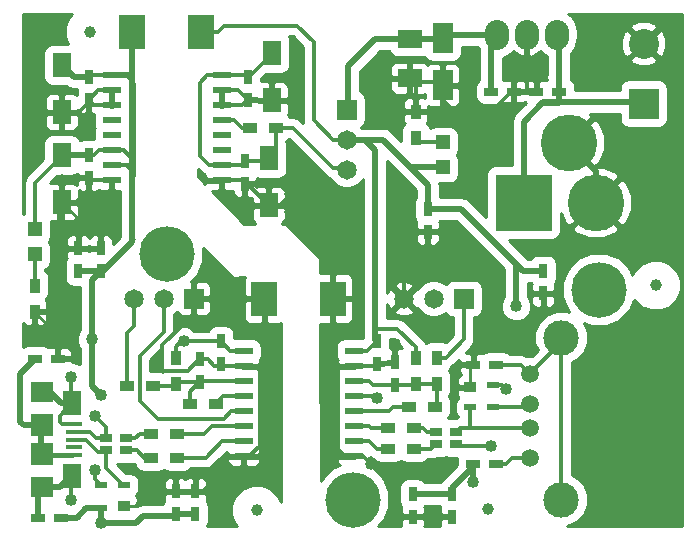
<source format=gbr>
G04 #@! TF.FileFunction,Copper,L1,Top,Signal*
%FSLAX46Y46*%
G04 Gerber Fmt 4.6, Leading zero omitted, Abs format (unit mm)*
G04 Created by KiCad (PCBNEW 4.0.2-stable) date 26/07/2016 20:14:39*
%MOMM*%
G01*
G04 APERTURE LIST*
%ADD10C,0.100000*%
%ADD11C,4.800600*%
%ADD12R,4.800600X4.800600*%
%ADD13C,1.501140*%
%ADD14C,2.999740*%
%ADD15C,1.000000*%
%ADD16R,0.750000X1.200000*%
%ADD17R,1.600000X2.000000*%
%ADD18R,2.200000X3.000000*%
%ADD19R,2.032000X1.524000*%
%ADD20R,1.200000X0.750000*%
%ADD21R,1.198880X1.198880*%
%ADD22R,2.540000X2.540000*%
%ADD23C,2.540000*%
%ADD24R,0.900000X1.200000*%
%ADD25R,1.200000X0.900000*%
%ADD26R,1.500000X0.600000*%
%ADD27O,2.032000X2.540000*%
%ADD28R,1.651000X1.651000*%
%ADD29C,1.651000*%
%ADD30R,1.350000X0.400000*%
%ADD31R,1.600000X2.100000*%
%ADD32R,1.900000X1.800000*%
%ADD33R,1.900000X1.900000*%
%ADD34R,1.700000X2.500000*%
%ADD35C,4.700000*%
%ADD36R,1.100000X0.787400*%
%ADD37R,1.000000X0.960000*%
%ADD38R,1.000000X0.540000*%
%ADD39C,1.016000*%
%ADD40C,0.304800*%
%ADD41C,0.254000*%
%ADD42C,0.508000*%
%ADD43C,0.381000*%
G04 APERTURE END LIST*
D10*
D11*
X159766000Y-92710000D03*
D12*
X153670000Y-92710000D03*
D11*
X157480000Y-87630000D03*
D13*
X154175880Y-107187140D03*
X154175880Y-109727140D03*
X154175880Y-111759140D03*
X154175880Y-114299140D03*
D14*
X156842880Y-104139140D03*
X156842880Y-117855140D03*
D15*
X131064000Y-118745000D03*
X116967000Y-78232000D03*
X150622000Y-118618000D03*
X164846000Y-99695000D03*
D16*
X115951000Y-98486000D03*
X115951000Y-96586000D03*
X117856000Y-98486000D03*
X117856000Y-96586000D03*
X125857000Y-119060000D03*
X125857000Y-117160000D03*
X124206000Y-119060000D03*
X124206000Y-117160000D03*
D17*
X114554000Y-81058000D03*
X114554000Y-85058000D03*
X114554000Y-88678000D03*
X114554000Y-92678000D03*
D16*
X116840000Y-82108000D03*
X116840000Y-84008000D03*
X116840000Y-88712000D03*
X116840000Y-90612000D03*
D18*
X126344000Y-78232000D03*
X120544000Y-78232000D03*
X137520000Y-100838000D03*
X131720000Y-100838000D03*
D16*
X130302000Y-82108000D03*
X130302000Y-84008000D03*
X130048000Y-89220000D03*
X130048000Y-91120000D03*
D17*
X132334000Y-80042000D03*
X132334000Y-84042000D03*
X132080000Y-88932000D03*
X132080000Y-92932000D03*
D19*
X144018000Y-78867000D03*
X144018000Y-82169000D03*
D20*
X150942000Y-83312000D03*
X152842000Y-83312000D03*
X156652000Y-83312000D03*
X154752000Y-83312000D03*
D16*
X147574000Y-119314000D03*
X147574000Y-117414000D03*
X155321000Y-100391000D03*
X155321000Y-98491000D03*
X145542000Y-95184000D03*
X145542000Y-93284000D03*
X144272000Y-119314000D03*
X144272000Y-117414000D03*
X126238000Y-107884000D03*
X126238000Y-105984000D03*
X128016000Y-106360000D03*
X128016000Y-104460000D03*
X141224000Y-106360000D03*
X141224000Y-104460000D03*
X142748000Y-108138000D03*
X142748000Y-106238000D03*
D21*
X112268000Y-94962980D03*
X112268000Y-97061020D03*
X146812000Y-89695020D03*
X146812000Y-87596980D03*
D20*
X114488000Y-119380000D03*
X112588000Y-119380000D03*
X112334000Y-105918000D03*
X114234000Y-105918000D03*
X149418000Y-114808000D03*
X151318000Y-114808000D03*
X151318000Y-106426000D03*
X149418000Y-106426000D03*
D22*
X163830000Y-84328000D03*
D23*
X163830000Y-79248000D03*
D24*
X112268000Y-99738000D03*
X112268000Y-101938000D03*
D25*
X124290000Y-112268000D03*
X122090000Y-112268000D03*
X124290000Y-114300000D03*
X122090000Y-114300000D03*
X132672000Y-86360000D03*
X130472000Y-86360000D03*
X144356000Y-111760000D03*
X142156000Y-111760000D03*
X144356000Y-113538000D03*
X142156000Y-113538000D03*
D24*
X144526000Y-87206000D03*
X144526000Y-85006000D03*
D25*
X120058000Y-108204000D03*
X122258000Y-108204000D03*
D24*
X124206000Y-108034000D03*
X124206000Y-105834000D03*
D25*
X125392000Y-109728000D03*
X127592000Y-109728000D03*
D24*
X144526000Y-105834000D03*
X144526000Y-108034000D03*
D25*
X143934000Y-109982000D03*
X146134000Y-109982000D03*
D24*
X146304000Y-105834000D03*
X146304000Y-108034000D03*
D26*
X118794000Y-81915000D03*
X118794000Y-83185000D03*
X118794000Y-84455000D03*
X118794000Y-85725000D03*
X118794000Y-86995000D03*
X118794000Y-88265000D03*
X118794000Y-89535000D03*
X118794000Y-90805000D03*
X128094000Y-90805000D03*
X128094000Y-89535000D03*
X128094000Y-88265000D03*
X128094000Y-86995000D03*
X128094000Y-85725000D03*
X128094000Y-84455000D03*
X128094000Y-83185000D03*
X128094000Y-81915000D03*
D27*
X153924000Y-78486000D03*
X151384000Y-78486000D03*
X156464000Y-78486000D03*
D28*
X138684000Y-84836000D03*
D29*
X138684000Y-87376000D03*
X138684000Y-89916000D03*
D28*
X125730000Y-100838000D03*
D29*
X123190000Y-100838000D03*
X120650000Y-100838000D03*
D28*
X148590000Y-100838000D03*
D29*
X146050000Y-100838000D03*
X143510000Y-100838000D03*
D26*
X129970000Y-105283000D03*
X129970000Y-106553000D03*
X129970000Y-107823000D03*
X129970000Y-109093000D03*
X129970000Y-110363000D03*
X129970000Y-111633000D03*
X129970000Y-112903000D03*
X129970000Y-114173000D03*
X139270000Y-114173000D03*
X139270000Y-112903000D03*
X139270000Y-111633000D03*
X139270000Y-110363000D03*
X139270000Y-109093000D03*
X139270000Y-107823000D03*
X139270000Y-106553000D03*
X139270000Y-105283000D03*
D30*
X115578000Y-112776000D03*
X115578000Y-112126000D03*
X115578000Y-113426000D03*
X115578000Y-111476000D03*
X115578000Y-114076000D03*
D31*
X115453000Y-109676000D03*
X115453000Y-115876000D03*
D32*
X112903000Y-108776000D03*
X112903000Y-116776000D03*
D33*
X112903000Y-111576000D03*
X112903000Y-113976000D03*
D34*
X146812000Y-82772000D03*
X146812000Y-78772000D03*
D35*
X123444000Y-97028000D03*
X139192000Y-117856000D03*
X160020000Y-100076000D03*
D36*
X118275100Y-113690400D03*
X118275100Y-112623600D03*
X119976900Y-113690400D03*
X119976900Y-112623600D03*
X147916900Y-112115600D03*
X147916900Y-113182400D03*
X146215100Y-112115600D03*
X146215100Y-113182400D03*
D37*
X119847000Y-118362000D03*
D38*
X117897000Y-116642000D03*
X119847000Y-116642000D03*
X117897000Y-118562000D03*
D37*
X149139000Y-108333000D03*
D38*
X151089000Y-110053000D03*
X149139000Y-110053000D03*
X151089000Y-108133000D03*
D39*
X124902000Y-104460000D03*
X117094000Y-104267000D03*
X117856000Y-108966000D03*
X117897000Y-119847000D03*
X119126000Y-92837000D03*
X117602000Y-92837000D03*
X112014000Y-77978000D03*
X112014000Y-79375000D03*
X112014000Y-80899000D03*
X112014000Y-82423000D03*
X114554000Y-90805000D03*
X116332000Y-92837000D03*
X112014000Y-86995000D03*
X112014000Y-88519000D03*
X112014000Y-84074000D03*
X112014000Y-85598000D03*
X116332000Y-94234000D03*
X114234000Y-103952000D03*
X151130000Y-103886000D03*
X141986000Y-83439000D03*
X134112000Y-82931000D03*
X134112000Y-81661000D03*
X133858000Y-93472000D03*
X147193000Y-95250000D03*
X145542000Y-96774000D03*
X141986000Y-80899000D03*
X141986000Y-82169000D03*
X129921000Y-92964000D03*
X135128000Y-91948000D03*
X137541000Y-95758000D03*
X140716000Y-114808000D03*
X142748000Y-104648000D03*
X137520000Y-97282000D03*
X133858000Y-91948000D03*
X134112000Y-84328000D03*
X115316000Y-117856000D03*
X115326000Y-107452000D03*
X117348000Y-115316000D03*
X117348000Y-110744000D03*
X141224000Y-109220000D03*
X150876000Y-113284000D03*
X153035000Y-101473000D03*
X152146000Y-108458000D03*
X149352000Y-116332000D03*
D40*
X129970000Y-105283000D02*
X128839000Y-105283000D01*
X128839000Y-105283000D02*
X128016000Y-104460000D01*
D41*
X117094000Y-104267000D02*
X117094000Y-102616000D01*
X117094000Y-108204000D02*
X117094000Y-104267000D01*
D40*
X124902000Y-104460000D02*
X128016000Y-104460000D01*
X124206000Y-105834000D02*
X124206000Y-104929200D01*
X124206000Y-104929200D02*
X124675200Y-104460000D01*
X124675200Y-104460000D02*
X124902000Y-104460000D01*
X114554000Y-88678000D02*
X114554000Y-88773000D01*
X114554000Y-88773000D02*
X112268000Y-91059000D01*
X112268000Y-91059000D02*
X112268000Y-94962980D01*
X117282000Y-88712000D02*
X116840000Y-88712000D01*
X118794000Y-88265000D02*
X117729000Y-88265000D01*
X117729000Y-88265000D02*
X117282000Y-88712000D01*
D42*
X120523000Y-89916000D02*
X120523000Y-89154000D01*
D40*
X120523000Y-88939200D02*
X120523000Y-89154000D01*
D42*
X120523000Y-89154000D02*
X120523000Y-82296000D01*
D40*
X118794000Y-88265000D02*
X119848800Y-88265000D01*
X119848800Y-88265000D02*
X120523000Y-88939200D01*
D42*
X120523000Y-96012000D02*
X120523000Y-89916000D01*
D40*
X118794000Y-89535000D02*
X120142000Y-89535000D01*
X120142000Y-89535000D02*
X120523000Y-89916000D01*
X118794000Y-81915000D02*
X117033000Y-81915000D01*
X117033000Y-81915000D02*
X116840000Y-82108000D01*
D42*
X116840000Y-82108000D02*
X115604000Y-82108000D01*
X115604000Y-82108000D02*
X114554000Y-81058000D01*
X116840000Y-88712000D02*
X114588000Y-88712000D01*
X114588000Y-88712000D02*
X114554000Y-88678000D01*
X120523000Y-82296000D02*
X120523000Y-78253000D01*
X120523000Y-78253000D02*
X120544000Y-78232000D01*
X118049000Y-98486000D02*
X120142000Y-96393000D01*
X120142000Y-96393000D02*
X120523000Y-96012000D01*
X120142000Y-81915000D02*
X118794000Y-81915000D01*
X120523000Y-82296000D02*
X120142000Y-81915000D01*
X117856000Y-98486000D02*
X118049000Y-98486000D01*
X117856000Y-98486000D02*
X115951000Y-98486000D01*
X117094000Y-99695000D02*
X117094000Y-99248000D01*
X117094000Y-99248000D02*
X117856000Y-98486000D01*
X117856000Y-108966000D02*
X117094000Y-108204000D01*
X117094000Y-108204000D02*
X117094000Y-99695000D01*
X124206000Y-119060000D02*
X125857000Y-119060000D01*
X117897000Y-119847000D02*
X120818000Y-119847000D01*
X120818000Y-119847000D02*
X121412000Y-119253000D01*
X121412000Y-119253000D02*
X124013000Y-119253000D01*
X124013000Y-119253000D02*
X124206000Y-119060000D01*
X117897000Y-118562000D02*
X117897000Y-119847000D01*
X114488000Y-119380000D02*
X115824000Y-119380000D01*
X115824000Y-119380000D02*
X116642000Y-118562000D01*
X116642000Y-118562000D02*
X117897000Y-118562000D01*
D41*
X117856000Y-98486000D02*
X117856000Y-98425000D01*
X117856000Y-98425000D02*
X118237000Y-98044000D01*
X118237000Y-98044000D02*
X118237000Y-98171000D01*
X120650000Y-89154000D02*
X120650000Y-82550000D01*
X120650000Y-82550000D02*
X120015000Y-81915000D01*
X120015000Y-81915000D02*
X118794000Y-81915000D01*
X115604000Y-82108000D02*
X114554000Y-81058000D01*
X114588000Y-88712000D02*
X114554000Y-88678000D01*
X118794000Y-88265000D02*
X119761000Y-88265000D01*
X120650000Y-89154000D02*
X120650000Y-90424000D01*
X119761000Y-88265000D02*
X120650000Y-89154000D01*
X117094000Y-102616000D02*
X117094000Y-99695000D01*
X117094000Y-99695000D02*
X117094000Y-99314000D01*
X117094000Y-99314000D02*
X118237000Y-98171000D01*
X120015000Y-89535000D02*
X118794000Y-89535000D01*
X120650000Y-90170000D02*
X120015000Y-89535000D01*
X120523000Y-95885000D02*
X120650000Y-95758000D01*
X120650000Y-90424000D02*
X120650000Y-90170000D01*
X118237000Y-98171000D02*
X120142000Y-96266000D01*
X120142000Y-96266000D02*
X120523000Y-95885000D01*
D40*
X123063000Y-106807000D02*
X123063000Y-104775000D01*
X123063000Y-104775000D02*
X125730000Y-102108000D01*
X125730000Y-102108000D02*
X125730000Y-100838000D01*
X122110500Y-117157500D02*
X122113000Y-117160000D01*
X122113000Y-117160000D02*
X126426000Y-117160000D01*
X131309000Y-113284000D02*
X130420000Y-114173000D01*
X130420000Y-114173000D02*
X129970000Y-114173000D01*
X129970000Y-106553000D02*
X128209000Y-106553000D01*
X128209000Y-106553000D02*
X128016000Y-106360000D01*
X130937000Y-106553000D02*
X129970000Y-106553000D01*
X131309000Y-113284000D02*
X131309000Y-106925000D01*
X131309000Y-106925000D02*
X130937000Y-106553000D01*
X131309000Y-113284000D02*
X131318000Y-113284000D01*
X126238000Y-105984000D02*
X126172000Y-105984000D01*
X126172000Y-105984000D02*
X125222000Y-106934000D01*
X125222000Y-106934000D02*
X122809000Y-106934000D01*
X127635000Y-106553000D02*
X129970000Y-106553000D01*
X126238000Y-105984000D02*
X126917800Y-105984000D01*
X126917800Y-105984000D02*
X127486800Y-106553000D01*
X127486800Y-106553000D02*
X127635000Y-106553000D01*
D41*
X114554000Y-85058000D02*
X115443000Y-85058000D01*
D40*
X116840000Y-84008000D02*
X116840000Y-84233000D01*
X116840000Y-84233000D02*
X116015000Y-85058000D01*
X116015000Y-85058000D02*
X115443000Y-85058000D01*
X118794000Y-90805000D02*
X117033000Y-90805000D01*
X117033000Y-90805000D02*
X116840000Y-90612000D01*
X118794000Y-84455000D02*
X117287000Y-84455000D01*
X117287000Y-84455000D02*
X116840000Y-84008000D01*
X118794000Y-83185000D02*
X117663000Y-83185000D01*
X117663000Y-83185000D02*
X116840000Y-84008000D01*
D41*
X117602000Y-92837000D02*
X119126000Y-92837000D01*
X112014000Y-79375000D02*
X112014000Y-77978000D01*
X112014000Y-82423000D02*
X112014000Y-80899000D01*
X114554000Y-92678000D02*
X114554000Y-90805000D01*
X116332000Y-94234000D02*
X116332000Y-92837000D01*
X112014000Y-88519000D02*
X112014000Y-86995000D01*
X112014000Y-86995000D02*
X112014000Y-85598000D01*
X112014000Y-85598000D02*
X112014000Y-84074000D01*
X122108000Y-117160000D02*
X120906000Y-118362000D01*
X120906000Y-118362000D02*
X120779000Y-118362000D01*
X120779000Y-118362000D02*
X120777000Y-118364000D01*
X120777000Y-118364000D02*
X120777000Y-118362000D01*
X119847000Y-118362000D02*
X120777000Y-118362000D01*
X120777000Y-118362000D02*
X120906000Y-118362000D01*
X127889000Y-115697000D02*
X127889000Y-114681000D01*
X126426000Y-117160000D02*
X127889000Y-115697000D01*
X120906000Y-118362000D02*
X122110500Y-117157500D01*
X125854500Y-117157500D02*
X125857000Y-117160000D01*
X115951000Y-96586000D02*
X114234000Y-96586000D01*
X114173000Y-96774000D02*
X114234000Y-96774000D01*
X114173000Y-96647000D02*
X114173000Y-96774000D01*
X114234000Y-96586000D02*
X114173000Y-96647000D01*
X117856000Y-96586000D02*
X115951000Y-96586000D01*
X131720000Y-100838000D02*
X125730000Y-100838000D01*
X112077500Y-85534500D02*
X112014000Y-85598000D01*
X112077500Y-85534500D02*
X112014000Y-85598000D01*
X112554000Y-85058000D02*
X112077500Y-85534500D01*
X114554000Y-85058000D02*
X112554000Y-85058000D01*
X112268000Y-102188000D02*
X112470000Y-102188000D01*
X112470000Y-102188000D02*
X114234000Y-103952000D01*
X114234000Y-103952000D02*
X114234000Y-96774000D01*
X114234000Y-96774000D02*
X114234000Y-92998000D01*
X114234000Y-92998000D02*
X114554000Y-92678000D01*
X116840000Y-90612000D02*
X116840000Y-91440000D01*
X115602000Y-92678000D02*
X114554000Y-92678000D01*
X116840000Y-91440000D02*
X115602000Y-92678000D01*
X116332000Y-94234000D02*
X116110000Y-94234000D01*
X116110000Y-94234000D02*
X114554000Y-92678000D01*
X118794000Y-83185000D02*
X118794000Y-84455000D01*
X114234000Y-105918000D02*
X114234000Y-103952000D01*
X114234000Y-103952000D02*
X114300000Y-103886000D01*
X127889000Y-114681000D02*
X128397000Y-114173000D01*
X128397000Y-114173000D02*
X129970000Y-114173000D01*
X147066000Y-82264000D02*
X147066000Y-83312000D01*
D40*
X146939000Y-82518000D02*
X144367000Y-82518000D01*
X139270000Y-114173000D02*
X140081000Y-114173000D01*
X140081000Y-114173000D02*
X140716000Y-114808000D01*
X144526000Y-85006000D02*
X144526000Y-82677000D01*
X144526000Y-82677000D02*
X144018000Y-82169000D01*
X153924000Y-83312000D02*
X152842000Y-83312000D01*
X154752000Y-83312000D02*
X153924000Y-83312000D01*
X153924000Y-83312000D02*
X153924000Y-78486000D01*
X128094000Y-83185000D02*
X129479000Y-83185000D01*
X129479000Y-83185000D02*
X130302000Y-84008000D01*
X132334000Y-84042000D02*
X133826000Y-84042000D01*
X133826000Y-84042000D02*
X134112000Y-84328000D01*
X132334000Y-84042000D02*
X130336000Y-84042000D01*
X130336000Y-84042000D02*
X130302000Y-84008000D01*
X128094000Y-84455000D02*
X129855000Y-84455000D01*
X129855000Y-84455000D02*
X130302000Y-84008000D01*
X128094000Y-83185000D02*
X128094000Y-84455000D01*
X130048000Y-91120000D02*
X130268000Y-91120000D01*
X130268000Y-91120000D02*
X132080000Y-92932000D01*
X128094000Y-90805000D02*
X129733000Y-90805000D01*
X129733000Y-90805000D02*
X130048000Y-91120000D01*
X132080000Y-92932000D02*
X134715000Y-92932000D01*
X134715000Y-92932000D02*
X137541000Y-95758000D01*
X137520000Y-100838000D02*
X137520000Y-95779000D01*
X137520000Y-95779000D02*
X137541000Y-95758000D01*
X139270000Y-114173000D02*
X138215200Y-114173000D01*
X138215200Y-114173000D02*
X137922000Y-113879800D01*
X137922000Y-113879800D02*
X137922000Y-113538000D01*
D41*
X138557000Y-114173000D02*
X138176000Y-113792000D01*
D40*
X139270000Y-106553000D02*
X138215200Y-106553000D01*
X138215200Y-106553000D02*
X137922000Y-106846200D01*
X137922000Y-106846200D02*
X137922000Y-113538000D01*
X137922000Y-113538000D02*
X138176000Y-113792000D01*
X152908000Y-83246000D02*
X152842000Y-83312000D01*
X154686000Y-83246000D02*
X154752000Y-83312000D01*
X150876000Y-84836000D02*
X147702200Y-84836000D01*
X146939000Y-84072800D02*
X146939000Y-82518000D01*
X147702200Y-84836000D02*
X146939000Y-84072800D01*
D41*
X148590000Y-84836000D02*
X150876000Y-84836000D01*
D40*
X152842000Y-83312000D02*
X152617000Y-83312000D01*
X152617000Y-83312000D02*
X151093000Y-84836000D01*
X151093000Y-84836000D02*
X150876000Y-84836000D01*
X144367000Y-82518000D02*
X144018000Y-82169000D01*
X145542000Y-95184000D02*
X147127000Y-95184000D01*
X147127000Y-95184000D02*
X147193000Y-95250000D01*
X145542000Y-96774000D02*
X145542000Y-95184000D01*
X143510000Y-100838000D02*
X143510000Y-96536200D01*
X143510000Y-96536200D02*
X144862200Y-95184000D01*
X144862200Y-95184000D02*
X145542000Y-95184000D01*
X147574000Y-119314000D02*
X146894200Y-119314000D01*
X146894200Y-119314000D02*
X144272000Y-119314000D01*
X149418000Y-106426000D02*
X149418000Y-105598000D01*
X149418000Y-105598000D02*
X151130000Y-103886000D01*
X141224000Y-106360000D02*
X142626000Y-106360000D01*
X142626000Y-106360000D02*
X142748000Y-106238000D01*
X139270000Y-106553000D02*
X141031000Y-106553000D01*
X141031000Y-106553000D02*
X141224000Y-106360000D01*
D42*
X157480000Y-87630000D02*
X157480000Y-87757000D01*
X157480000Y-87757000D02*
X159766000Y-90043000D01*
X159766000Y-90043000D02*
X159766000Y-92710000D01*
D41*
X159766000Y-92710000D02*
X159766000Y-89916000D01*
X159766000Y-89916000D02*
X157480000Y-87630000D01*
X141986000Y-82169000D02*
X141986000Y-80899000D01*
X132080000Y-92932000D02*
X129953000Y-92932000D01*
X129953000Y-92932000D02*
X129921000Y-92964000D01*
X133858000Y-91948000D02*
X135128000Y-91948000D01*
X137520000Y-97282000D02*
X137520000Y-95779000D01*
D42*
X155382000Y-100330000D02*
X155321000Y-100391000D01*
D41*
X143510000Y-99441000D02*
X143510000Y-100838000D01*
X142748000Y-106238000D02*
X142748000Y-104648000D01*
X149139000Y-108206000D02*
X149139000Y-106705000D01*
X149139000Y-106705000D02*
X149418000Y-106426000D01*
X132080000Y-92932000D02*
X134842000Y-92932000D01*
X137520000Y-95610000D02*
X137520000Y-97282000D01*
X137520000Y-97282000D02*
X137520000Y-100838000D01*
X134842000Y-92932000D02*
X137520000Y-95610000D01*
X144018000Y-82169000D02*
X141986000Y-82169000D01*
X132874000Y-92932000D02*
X133858000Y-91948000D01*
X132080000Y-92932000D02*
X132874000Y-92932000D01*
X144113000Y-82264000D02*
X144018000Y-82169000D01*
X139270000Y-114173000D02*
X138557000Y-114173000D01*
X139270000Y-106553000D02*
X141351000Y-106553000D01*
X141351000Y-106553000D02*
X141666000Y-106238000D01*
X141666000Y-106238000D02*
X142748000Y-106238000D01*
D40*
X137541000Y-89789000D02*
X138557000Y-89789000D01*
X138557000Y-89789000D02*
X138684000Y-89916000D01*
X132672000Y-86360000D02*
X134112000Y-86360000D01*
X134112000Y-86360000D02*
X137541000Y-89789000D01*
X132672000Y-86360000D02*
X132672000Y-88340000D01*
X132672000Y-88340000D02*
X132080000Y-88932000D01*
X130048000Y-89220000D02*
X131792000Y-89220000D01*
X131792000Y-89220000D02*
X132080000Y-88932000D01*
X128094000Y-89535000D02*
X129733000Y-89535000D01*
X129733000Y-89535000D02*
X130048000Y-89220000D01*
X128094000Y-81915000D02*
X130109000Y-81915000D01*
X130109000Y-81915000D02*
X130302000Y-82108000D01*
X128094000Y-81915000D02*
X126873000Y-81915000D01*
X126873000Y-81915000D02*
X126238000Y-82550000D01*
X127039200Y-89535000D02*
X128094000Y-89535000D01*
X126238000Y-82550000D02*
X126238000Y-88733800D01*
X126238000Y-88733800D02*
X127039200Y-89535000D01*
D41*
X130302000Y-82108000D02*
X130302000Y-82074000D01*
X130302000Y-82074000D02*
X132334000Y-80042000D01*
D42*
X138811000Y-84709000D02*
X138811000Y-81153000D01*
X141097000Y-78867000D02*
X138811000Y-81153000D01*
X141097000Y-78867000D02*
X144018000Y-78867000D01*
X138811000Y-84709000D02*
X138684000Y-84836000D01*
X147066000Y-78264000D02*
X146653000Y-78264000D01*
X146653000Y-78264000D02*
X146050000Y-78867000D01*
X146050000Y-78867000D02*
X144018000Y-78867000D01*
X151384000Y-78486000D02*
X147288000Y-78486000D01*
X147288000Y-78486000D02*
X147066000Y-78264000D01*
X150942000Y-83312000D02*
X150942000Y-78928000D01*
X150942000Y-78928000D02*
X151384000Y-78486000D01*
D41*
X151162000Y-78264000D02*
X151384000Y-78486000D01*
X146463000Y-78867000D02*
X147066000Y-78264000D01*
X150942000Y-78928000D02*
X151384000Y-78486000D01*
D42*
X153670000Y-85852000D02*
X153670000Y-92710000D01*
X155321000Y-84201000D02*
X153670000Y-85852000D01*
X156718000Y-84201000D02*
X155321000Y-84201000D01*
X156652000Y-84201000D02*
X156718000Y-84201000D01*
X156718000Y-84201000D02*
X163703000Y-84201000D01*
X163703000Y-84201000D02*
X163830000Y-84328000D01*
X156652000Y-83312000D02*
X156652000Y-84201000D01*
X156652000Y-83312000D02*
X156652000Y-78674000D01*
X156652000Y-78674000D02*
X156464000Y-78486000D01*
D41*
X156652000Y-84328000D02*
X156464000Y-84328000D01*
X156652000Y-83312000D02*
X156652000Y-82230000D01*
X156652000Y-82230000D02*
X156464000Y-82042000D01*
X155194000Y-84328000D02*
X156464000Y-84328000D01*
D40*
X122258000Y-108204000D02*
X124036000Y-108204000D01*
X124036000Y-108204000D02*
X124206000Y-108034000D01*
X126238000Y-107884000D02*
X124356000Y-107884000D01*
X124356000Y-107884000D02*
X124206000Y-108034000D01*
X125392000Y-108730000D02*
X126238000Y-107884000D01*
X125392000Y-108730000D02*
X125392000Y-109728000D01*
D41*
X125392000Y-108730000D02*
X125537000Y-108585000D01*
D40*
X126238000Y-107884000D02*
X125537000Y-108585000D01*
X129970000Y-107823000D02*
X126299000Y-107823000D01*
X126299000Y-107823000D02*
X126238000Y-107884000D01*
X146304000Y-108034000D02*
X146304000Y-109812000D01*
X146304000Y-109812000D02*
X146134000Y-109982000D01*
X144526000Y-108034000D02*
X146304000Y-108034000D01*
X142748000Y-108138000D02*
X144422000Y-108138000D01*
X144422000Y-108138000D02*
X144526000Y-108034000D01*
X140904000Y-108138000D02*
X142748000Y-108138000D01*
X139270000Y-107823000D02*
X140589000Y-107823000D01*
X140589000Y-107823000D02*
X140904000Y-108138000D01*
D41*
X146134000Y-108204000D02*
X146304000Y-108034000D01*
X144356000Y-108204000D02*
X144526000Y-108034000D01*
D40*
X112268000Y-99738000D02*
X112268000Y-97061020D01*
D41*
X112268000Y-99488000D02*
X112268000Y-97061020D01*
D40*
X146812000Y-87596980D02*
X144916980Y-87596980D01*
X144916980Y-87596980D02*
X144526000Y-87206000D01*
D41*
X146671020Y-87456000D02*
X146812000Y-87596980D01*
D40*
X115316000Y-117856000D02*
X115316000Y-116013000D01*
X115316000Y-116013000D02*
X115453000Y-115876000D01*
X115326000Y-107452000D02*
X115326000Y-109549000D01*
X115326000Y-109549000D02*
X115453000Y-109676000D01*
X114427000Y-110744000D02*
X115453000Y-109718000D01*
X115453000Y-109718000D02*
X115453000Y-109676000D01*
X114427000Y-111304800D02*
X114427000Y-110744000D01*
X115578000Y-111476000D02*
X114598200Y-111476000D01*
X114598200Y-111476000D02*
X114427000Y-111304800D01*
D41*
X115316000Y-115886000D02*
X115316000Y-117856000D01*
X115326000Y-107452000D02*
X115326000Y-109676000D01*
D42*
X115326000Y-109676000D02*
X114502000Y-109676000D01*
X114502000Y-109676000D02*
X113602000Y-108776000D01*
X113602000Y-108776000D02*
X112776000Y-108776000D01*
X112588000Y-119380000D02*
X112588000Y-116964000D01*
X112588000Y-116964000D02*
X112776000Y-116776000D01*
X115326000Y-115876000D02*
X114426000Y-116776000D01*
X114426000Y-116776000D02*
X112776000Y-116776000D01*
D41*
X115451000Y-109801000D02*
X115326000Y-109676000D01*
X112588000Y-119380000D02*
X112588000Y-118430000D01*
X115316000Y-115886000D02*
X115326000Y-115876000D01*
X113602000Y-108776000D02*
X112776000Y-108776000D01*
X112588000Y-118618000D02*
X112588000Y-118430000D01*
X112588000Y-116964000D02*
X112776000Y-116776000D01*
D43*
X115451000Y-114076000D02*
X112876000Y-114076000D01*
X112876000Y-114076000D02*
X112776000Y-113976000D01*
D42*
X110998000Y-107569000D02*
X110998000Y-107254000D01*
X110998000Y-107254000D02*
X112334000Y-105918000D01*
X110998000Y-111252000D02*
X110998000Y-107569000D01*
X112776000Y-111576000D02*
X111322000Y-111576000D01*
X111322000Y-111576000D02*
X110998000Y-111252000D01*
X112776000Y-113976000D02*
X112776000Y-111576000D01*
D41*
X111322000Y-111576000D02*
X110998000Y-111252000D01*
X110998000Y-107254000D02*
X112334000Y-105918000D01*
X112876000Y-114076000D02*
X112776000Y-113976000D01*
D40*
X151318000Y-114808000D02*
X152146000Y-114808000D01*
X154175880Y-114299140D02*
X152654860Y-114299140D01*
X152654860Y-114299140D02*
X152146000Y-114808000D01*
X156842880Y-106260276D02*
X156842880Y-110490000D01*
X156842880Y-110490000D02*
X156842880Y-110998000D01*
X156842880Y-110490000D02*
X156842880Y-117855140D01*
X156842880Y-104139140D02*
X156842880Y-106260276D01*
X154175880Y-107187140D02*
X156842880Y-104520140D01*
X156842880Y-104520140D02*
X156842880Y-104139140D01*
X151318000Y-106426000D02*
X153414740Y-106426000D01*
X153414740Y-106426000D02*
X154175880Y-107187140D01*
X118275100Y-113690400D02*
X118275100Y-115175100D01*
X118275100Y-115175100D02*
X119742000Y-116642000D01*
X119742000Y-116642000D02*
X119847000Y-116642000D01*
X117627400Y-113817400D02*
X118148100Y-113817400D01*
X118148100Y-113817400D02*
X118275100Y-113690400D01*
X116713000Y-112903000D02*
X117627400Y-113817400D01*
X116586000Y-112776000D02*
X116713000Y-112903000D01*
X115578000Y-112776000D02*
X116586000Y-112776000D01*
D41*
X116586000Y-112776000D02*
X115451000Y-112776000D01*
D40*
X116952000Y-112126000D02*
X117449600Y-112623600D01*
X117449600Y-112623600D02*
X118275100Y-112623600D01*
X118275100Y-112623600D02*
X118275100Y-111671100D01*
X118275100Y-111671100D02*
X117348000Y-110744000D01*
X115578000Y-112126000D02*
X116952000Y-112126000D01*
X117348000Y-115316000D02*
X117348000Y-116093000D01*
X117348000Y-116093000D02*
X117897000Y-116642000D01*
D41*
X117348000Y-110744000D02*
X118021100Y-111417100D01*
X116952000Y-112126000D02*
X115451000Y-112126000D01*
D40*
X122682000Y-110998000D02*
X121158000Y-109474000D01*
X128905000Y-110363000D02*
X129970000Y-110363000D01*
X128270000Y-110998000D02*
X128905000Y-110363000D01*
X122682000Y-110998000D02*
X128270000Y-110998000D01*
X121158000Y-105664000D02*
X121158000Y-109474000D01*
X123190000Y-103632000D02*
X121158000Y-105664000D01*
X123190000Y-100838000D02*
X123190000Y-103632000D01*
X120650000Y-100838000D02*
X120650000Y-103124000D01*
X120650000Y-103124000D02*
X120058000Y-103716000D01*
X120058000Y-103716000D02*
X120058000Y-108204000D01*
X148590000Y-100838000D02*
X148590000Y-104302800D01*
X148590000Y-104302800D02*
X147058800Y-105834000D01*
X147058800Y-105834000D02*
X146304000Y-105834000D01*
X139270000Y-109093000D02*
X141097000Y-109093000D01*
X141097000Y-109093000D02*
X141224000Y-109220000D01*
X150876000Y-113284000D02*
X148018500Y-113284000D01*
X148018500Y-113284000D02*
X147916900Y-113182400D01*
X151089000Y-110053000D02*
X153850020Y-110053000D01*
X153850020Y-110053000D02*
X154175880Y-109727140D01*
D41*
X153977020Y-109926000D02*
X154175880Y-109727140D01*
X150850600Y-113309400D02*
X150876000Y-113284000D01*
D40*
X149098000Y-111759140D02*
X149139000Y-111718140D01*
X149139000Y-111718140D02*
X149139000Y-110053000D01*
X154175880Y-111759140D02*
X148273360Y-111759140D01*
X148273360Y-111759140D02*
X147916900Y-112115600D01*
D41*
X149139000Y-109926000D02*
X149139000Y-111759140D01*
X149098000Y-111760000D02*
X149098000Y-111759140D01*
X149138140Y-111760000D02*
X149098000Y-111760000D01*
X149139000Y-111759140D02*
X149138140Y-111760000D01*
X149098000Y-111759140D02*
X148400360Y-111759140D01*
X148400360Y-111759140D02*
X147916900Y-112242600D01*
D40*
X126619000Y-112268000D02*
X124290000Y-112268000D01*
D41*
X124540000Y-112268000D02*
X126619000Y-112268000D01*
D40*
X129970000Y-111633000D02*
X127254000Y-111633000D01*
X127254000Y-111633000D02*
X126619000Y-112268000D01*
X121158000Y-112268000D02*
X120802400Y-112623600D01*
X120802400Y-112623600D02*
X119976900Y-112623600D01*
X122090000Y-112268000D02*
X121158000Y-112268000D01*
X126746000Y-114300000D02*
X124290000Y-114300000D01*
X128143000Y-112903000D02*
X126746000Y-114300000D01*
X129970000Y-112903000D02*
X128143000Y-112903000D01*
D41*
X126746000Y-114300000D02*
X124540000Y-114300000D01*
D40*
X122090000Y-114300000D02*
X121539000Y-114300000D01*
X119976900Y-113690400D02*
X120929400Y-113690400D01*
X120929400Y-113690400D02*
X121539000Y-114300000D01*
X129794000Y-86360000D02*
X130472000Y-86360000D01*
X128094000Y-85725000D02*
X129159000Y-85725000D01*
X129159000Y-85725000D02*
X129794000Y-86360000D01*
X145161000Y-111810800D02*
X144406800Y-111810800D01*
X144406800Y-111810800D02*
X144356000Y-111760000D01*
X146215100Y-112115600D02*
X145465800Y-112115600D01*
X145465800Y-112115600D02*
X145161000Y-111810800D01*
X142156000Y-111760000D02*
X140716000Y-111760000D01*
X140589000Y-111633000D02*
X139270000Y-111633000D01*
X140716000Y-111760000D02*
X140589000Y-111633000D01*
X144356000Y-113538000D02*
X145859500Y-113538000D01*
X145859500Y-113538000D02*
X146215100Y-113182400D01*
X141224000Y-113538000D02*
X142156000Y-113538000D01*
X139270000Y-112903000D02*
X140589000Y-112903000D01*
X140589000Y-112903000D02*
X141224000Y-113538000D01*
X129970000Y-109093000D02*
X128227000Y-109093000D01*
X128227000Y-109093000D02*
X127592000Y-109728000D01*
X143934000Y-109982000D02*
X142621000Y-109982000D01*
X142621000Y-109982000D02*
X142240000Y-110363000D01*
X142240000Y-110363000D02*
X139270000Y-110363000D01*
D41*
X140589000Y-110363000D02*
X139270000Y-110363000D01*
D40*
X151089000Y-108133000D02*
X151821000Y-108133000D01*
X151821000Y-108133000D02*
X152146000Y-108458000D01*
X126344000Y-78232000D02*
X127748800Y-78232000D01*
X128905000Y-77724000D02*
X134493000Y-77724000D01*
X127748800Y-78232000D02*
X128256800Y-77724000D01*
X128256800Y-77724000D02*
X128905000Y-77724000D01*
X134493000Y-77724000D02*
X135890000Y-79121000D01*
X135890000Y-79121000D02*
X135890000Y-85749433D01*
X135890000Y-85749433D02*
X137516567Y-87376000D01*
X137516567Y-87376000D02*
X138684000Y-87376000D01*
D41*
X141224000Y-103378000D02*
X140970000Y-103378000D01*
D40*
X144526000Y-105834000D02*
X144526000Y-104929200D01*
X144526000Y-104929200D02*
X142974800Y-103378000D01*
X142974800Y-103378000D02*
X141224000Y-103378000D01*
X139270000Y-105283000D02*
X140401000Y-105283000D01*
X140401000Y-105283000D02*
X141224000Y-104460000D01*
D42*
X153035000Y-101473000D02*
X153035000Y-97917000D01*
X153035000Y-97917000D02*
X153035000Y-98171000D01*
X153035000Y-98171000D02*
X153035000Y-97917000D01*
X147574000Y-117414000D02*
X144272000Y-117414000D01*
X147574000Y-117414000D02*
X147574000Y-116840000D01*
X147574000Y-116840000D02*
X149352000Y-115062000D01*
X149352000Y-115062000D02*
X149418000Y-114808000D01*
X149352000Y-116332000D02*
X149352000Y-114874000D01*
X149352000Y-114874000D02*
X149418000Y-114808000D01*
X153609000Y-98491000D02*
X155321000Y-98491000D01*
X145542000Y-93284000D02*
X148402000Y-93284000D01*
X148402000Y-93284000D02*
X153035000Y-97917000D01*
X153035000Y-97917000D02*
X153609000Y-98491000D01*
X144272000Y-89916000D02*
X145542000Y-91186000D01*
X145542000Y-91186000D02*
X145542000Y-93284000D01*
X138684000Y-87376000D02*
X141732000Y-87376000D01*
X141732000Y-87376000D02*
X144272000Y-89916000D01*
X144272000Y-89916000D02*
X144051020Y-89695020D01*
X144051020Y-89695020D02*
X146812000Y-89695020D01*
X141097000Y-91694000D02*
X141097000Y-104333000D01*
X141097000Y-104333000D02*
X141224000Y-104460000D01*
X138684000Y-87376000D02*
X140208000Y-87376000D01*
X140208000Y-87376000D02*
X141097000Y-88265000D01*
X141097000Y-88265000D02*
X141097000Y-91694000D01*
D41*
X140970000Y-88138000D02*
X140208000Y-87376000D01*
X149352000Y-114874000D02*
X149418000Y-114808000D01*
X144526000Y-105156000D02*
X144526000Y-105834000D01*
X140970000Y-104206000D02*
X140970000Y-103378000D01*
X146016980Y-89695020D02*
X146812000Y-89695020D01*
X140970000Y-104206000D02*
X141224000Y-104460000D01*
X126344000Y-78232000D02*
X127254000Y-78232000D01*
X146812000Y-89695020D02*
X144051020Y-89695020D01*
X144051020Y-89695020D02*
X141732000Y-87376000D01*
X141732000Y-87376000D02*
X138684000Y-87376000D01*
X147574000Y-117414000D02*
X147574000Y-116652000D01*
X148910000Y-115316000D02*
X149418000Y-114808000D01*
X147574000Y-116652000D02*
X148910000Y-115316000D01*
X139270000Y-105283000D02*
X138811000Y-105283000D01*
G36*
X167082000Y-120092000D02*
X157352297Y-120092000D01*
X158122453Y-119773778D01*
X158759282Y-119138059D01*
X159104357Y-118307028D01*
X159105142Y-117407200D01*
X158761518Y-116575567D01*
X158125799Y-115938738D01*
X157757280Y-115785715D01*
X157757280Y-106208665D01*
X158122453Y-106057778D01*
X158759282Y-105422059D01*
X159104357Y-104591028D01*
X159105142Y-103691200D01*
X158793185Y-102936206D01*
X159398269Y-103187459D01*
X160636299Y-103188539D01*
X161780504Y-102715764D01*
X162656687Y-101841108D01*
X163036338Y-100926809D01*
X163625965Y-101517466D01*
X164416262Y-101845626D01*
X165271983Y-101846373D01*
X166062852Y-101519593D01*
X166668466Y-100915035D01*
X166996626Y-100124738D01*
X166997373Y-99269017D01*
X166670593Y-98478148D01*
X166066035Y-97872534D01*
X165275738Y-97544374D01*
X164420017Y-97543627D01*
X163629148Y-97870407D01*
X163023534Y-98474965D01*
X162874227Y-98834537D01*
X162659764Y-98315496D01*
X161785108Y-97439313D01*
X160641731Y-96964541D01*
X159403701Y-96963461D01*
X158259496Y-97436236D01*
X157383313Y-98310892D01*
X156908541Y-99454269D01*
X156907461Y-100692299D01*
X157380236Y-101836504D01*
X157510922Y-101967418D01*
X157294768Y-101877663D01*
X156394940Y-101876878D01*
X155563307Y-102220502D01*
X154926478Y-102856221D01*
X154581403Y-103687252D01*
X154580618Y-104587080D01*
X154844395Y-105225469D01*
X154395103Y-105674761D01*
X153904040Y-105674332D01*
X153764666Y-105581205D01*
X153414740Y-105511600D01*
X152476407Y-105511600D01*
X152474908Y-105509271D01*
X152220269Y-105335283D01*
X151918000Y-105274072D01*
X150718000Y-105274072D01*
X150435620Y-105327205D01*
X150237586Y-105454637D01*
X150144309Y-105416000D01*
X149703750Y-105416000D01*
X149545000Y-105574750D01*
X149545000Y-106299000D01*
X149565000Y-106299000D01*
X149565000Y-106553000D01*
X149545000Y-106553000D01*
X149545000Y-106573000D01*
X149291000Y-106573000D01*
X149291000Y-106553000D01*
X148341750Y-106553000D01*
X148183000Y-106711750D01*
X148183000Y-106927310D01*
X148279673Y-107160699D01*
X148388440Y-107269466D01*
X148279301Y-107314673D01*
X148100673Y-107493302D01*
X148004000Y-107726691D01*
X148004000Y-108047250D01*
X148162750Y-108206000D01*
X149012000Y-108206000D01*
X149012000Y-108186000D01*
X149266000Y-108186000D01*
X149266000Y-108206000D01*
X149286000Y-108206000D01*
X149286000Y-108460000D01*
X149266000Y-108460000D01*
X149266000Y-108480000D01*
X149012000Y-108480000D01*
X149012000Y-108460000D01*
X148162750Y-108460000D01*
X148004000Y-108618750D01*
X148004000Y-108939309D01*
X148100673Y-109172698D01*
X148131829Y-109203854D01*
X148097271Y-109226092D01*
X147923283Y-109480731D01*
X147862072Y-109783000D01*
X147862072Y-110323000D01*
X147915205Y-110605380D01*
X148082092Y-110864729D01*
X148102560Y-110878714D01*
X147923435Y-110914344D01*
X147877597Y-110944972D01*
X147366900Y-110944972D01*
X147296728Y-110958176D01*
X147449717Y-110734269D01*
X147510928Y-110432000D01*
X147510928Y-109532000D01*
X147457795Y-109249620D01*
X147359736Y-109097232D01*
X147469717Y-108936269D01*
X147530928Y-108634000D01*
X147530928Y-107434000D01*
X147477795Y-107151620D01*
X147336234Y-106931628D01*
X147469717Y-106736269D01*
X147492721Y-106622671D01*
X147705378Y-106480578D01*
X148183000Y-106002956D01*
X148183000Y-106140250D01*
X148341750Y-106299000D01*
X149291000Y-106299000D01*
X149291000Y-105574750D01*
X149132250Y-105416000D01*
X148769957Y-105416000D01*
X149236579Y-104949378D01*
X149394035Y-104713727D01*
X149434795Y-104652726D01*
X149504400Y-104302800D01*
X149504400Y-102423700D01*
X149697880Y-102387295D01*
X149957229Y-102220408D01*
X150131217Y-101965769D01*
X150192428Y-101663500D01*
X150192428Y-100012500D01*
X150139295Y-99730120D01*
X149972408Y-99470771D01*
X149717769Y-99296783D01*
X149415500Y-99235572D01*
X147764500Y-99235572D01*
X147482120Y-99288705D01*
X147222771Y-99455592D01*
X147096943Y-99639746D01*
X146950421Y-99492968D01*
X146367159Y-99250776D01*
X145735612Y-99250225D01*
X145151928Y-99491398D01*
X144704968Y-99937579D01*
X144665898Y-100031670D01*
X144536215Y-99991390D01*
X143689605Y-100838000D01*
X144536215Y-101684610D01*
X144665537Y-101644442D01*
X144703398Y-101736072D01*
X145149579Y-102183032D01*
X145732841Y-102425224D01*
X146364388Y-102425775D01*
X146948072Y-102184602D01*
X147098007Y-102034929D01*
X147207592Y-102205229D01*
X147462231Y-102379217D01*
X147675600Y-102422425D01*
X147675600Y-103924043D01*
X147071175Y-104528468D01*
X147056269Y-104518283D01*
X146754000Y-104457072D01*
X145854000Y-104457072D01*
X145571620Y-104510205D01*
X145414457Y-104611337D01*
X145371308Y-104581854D01*
X145370795Y-104579274D01*
X145172578Y-104282622D01*
X143621378Y-102731422D01*
X143455192Y-102620380D01*
X143324726Y-102533205D01*
X142974800Y-102463600D01*
X142113000Y-102463600D01*
X142113000Y-101864215D01*
X142663390Y-101864215D01*
X142740656Y-102112976D01*
X143287131Y-102310340D01*
X143867535Y-102283553D01*
X144279344Y-102112976D01*
X144356610Y-101864215D01*
X143510000Y-101017605D01*
X142663390Y-101864215D01*
X142113000Y-101864215D01*
X142113000Y-101312752D01*
X142235024Y-101607344D01*
X142483785Y-101684610D01*
X143330395Y-100838000D01*
X142483785Y-99991390D01*
X142235024Y-100068656D01*
X142113000Y-100406524D01*
X142113000Y-99811785D01*
X142663390Y-99811785D01*
X143510000Y-100658395D01*
X144356610Y-99811785D01*
X144279344Y-99563024D01*
X143732869Y-99365660D01*
X143152465Y-99392447D01*
X142740656Y-99563024D01*
X142663390Y-99811785D01*
X142113000Y-99811785D01*
X142113000Y-95469750D01*
X144532000Y-95469750D01*
X144532000Y-95910309D01*
X144628673Y-96143698D01*
X144807301Y-96322327D01*
X145040690Y-96419000D01*
X145256250Y-96419000D01*
X145415000Y-96260250D01*
X145415000Y-95311000D01*
X145669000Y-95311000D01*
X145669000Y-96260250D01*
X145827750Y-96419000D01*
X146043310Y-96419000D01*
X146276699Y-96322327D01*
X146455327Y-96143698D01*
X146552000Y-95910309D01*
X146552000Y-95469750D01*
X146393250Y-95311000D01*
X145669000Y-95311000D01*
X145415000Y-95311000D01*
X144690750Y-95311000D01*
X144532000Y-95469750D01*
X142113000Y-95469750D01*
X142113000Y-89193840D01*
X143454876Y-90535717D01*
X143553580Y-90634421D01*
X143553583Y-90634423D01*
X144526000Y-91606841D01*
X144526000Y-92272379D01*
X144451283Y-92381731D01*
X144390072Y-92684000D01*
X144390072Y-93884000D01*
X144443205Y-94166380D01*
X144570637Y-94364414D01*
X144532000Y-94457691D01*
X144532000Y-94898250D01*
X144690750Y-95057000D01*
X145415000Y-95057000D01*
X145415000Y-95037000D01*
X145669000Y-95037000D01*
X145669000Y-95057000D01*
X146393250Y-95057000D01*
X146552000Y-94898250D01*
X146552000Y-94457691D01*
X146512470Y-94362256D01*
X146555008Y-94300000D01*
X147981160Y-94300000D01*
X152019000Y-98337841D01*
X152019000Y-100692742D01*
X151958974Y-100752663D01*
X151765221Y-101219273D01*
X151764780Y-101724510D01*
X151957718Y-102191458D01*
X152314663Y-102549026D01*
X152781273Y-102742779D01*
X153286510Y-102743220D01*
X153753458Y-102550282D01*
X154111026Y-102193337D01*
X154304779Y-101726727D01*
X154305220Y-101221490D01*
X154112282Y-100754542D01*
X154051000Y-100693153D01*
X154051000Y-100676750D01*
X154311000Y-100676750D01*
X154311000Y-101117309D01*
X154407673Y-101350698D01*
X154586301Y-101529327D01*
X154819690Y-101626000D01*
X155035250Y-101626000D01*
X155194000Y-101467250D01*
X155194000Y-100518000D01*
X155448000Y-100518000D01*
X155448000Y-101467250D01*
X155606750Y-101626000D01*
X155822310Y-101626000D01*
X156055699Y-101529327D01*
X156234327Y-101350698D01*
X156331000Y-101117309D01*
X156331000Y-100676750D01*
X156172250Y-100518000D01*
X155448000Y-100518000D01*
X155194000Y-100518000D01*
X154469750Y-100518000D01*
X154311000Y-100676750D01*
X154051000Y-100676750D01*
X154051000Y-99507000D01*
X154308187Y-99507000D01*
X154349637Y-99571414D01*
X154311000Y-99664691D01*
X154311000Y-100105250D01*
X154469750Y-100264000D01*
X155194000Y-100264000D01*
X155194000Y-100244000D01*
X155448000Y-100244000D01*
X155448000Y-100264000D01*
X156172250Y-100264000D01*
X156331000Y-100105250D01*
X156331000Y-99664691D01*
X156291470Y-99569256D01*
X156411717Y-99393269D01*
X156472928Y-99091000D01*
X156472928Y-97891000D01*
X156419795Y-97608620D01*
X156252908Y-97349271D01*
X155998269Y-97175283D01*
X155696000Y-97114072D01*
X154946000Y-97114072D01*
X154663620Y-97167205D01*
X154404271Y-97334092D01*
X154307992Y-97475000D01*
X154029840Y-97475000D01*
X153753422Y-97198582D01*
X153753420Y-97198579D01*
X152442069Y-95887228D01*
X156070300Y-95887228D01*
X156352680Y-95834095D01*
X156612029Y-95667208D01*
X156786017Y-95412569D01*
X156847228Y-95110300D01*
X156847228Y-94873936D01*
X157781670Y-94873936D01*
X158051221Y-95286257D01*
X159167642Y-95746369D01*
X160375157Y-95744221D01*
X161480779Y-95286257D01*
X161750330Y-94873936D01*
X159766000Y-92889605D01*
X157781670Y-94873936D01*
X156847228Y-94873936D01*
X156847228Y-93597875D01*
X157189743Y-94424779D01*
X157602064Y-94694330D01*
X159586395Y-92710000D01*
X159945605Y-92710000D01*
X161929936Y-94694330D01*
X162342257Y-94424779D01*
X162802369Y-93308358D01*
X162800221Y-92100843D01*
X162342257Y-90995221D01*
X161929936Y-90725670D01*
X159945605Y-92710000D01*
X159586395Y-92710000D01*
X159572252Y-92695858D01*
X159751858Y-92516252D01*
X159766000Y-92530395D01*
X161750330Y-90546064D01*
X161480779Y-90133743D01*
X160364358Y-89673631D01*
X159704413Y-89674805D01*
X159643937Y-89614329D01*
X160056257Y-89344779D01*
X160516369Y-88228358D01*
X160514221Y-87020843D01*
X160056257Y-85915221D01*
X159643936Y-85645670D01*
X157659605Y-87630000D01*
X157673748Y-87644142D01*
X157494142Y-87823748D01*
X157480000Y-87809605D01*
X157465858Y-87823748D01*
X157286252Y-87644142D01*
X157300395Y-87630000D01*
X157286252Y-87615858D01*
X157465858Y-87436252D01*
X157480000Y-87450395D01*
X159464330Y-85466064D01*
X159301507Y-85217000D01*
X161783072Y-85217000D01*
X161783072Y-85598000D01*
X161836205Y-85880380D01*
X162003092Y-86139729D01*
X162257731Y-86313717D01*
X162560000Y-86374928D01*
X165100000Y-86374928D01*
X165382380Y-86321795D01*
X165641729Y-86154908D01*
X165815717Y-85900269D01*
X165876928Y-85598000D01*
X165876928Y-83058000D01*
X165823795Y-82775620D01*
X165656908Y-82516271D01*
X165402269Y-82342283D01*
X165100000Y-82281072D01*
X162560000Y-82281072D01*
X162277620Y-82334205D01*
X162018271Y-82501092D01*
X161844283Y-82755731D01*
X161783072Y-83058000D01*
X161783072Y-83185000D01*
X158028928Y-83185000D01*
X158028928Y-82937000D01*
X157975795Y-82654620D01*
X157808908Y-82395271D01*
X157668000Y-82298992D01*
X157668000Y-80595777D01*
X162661828Y-80595777D01*
X162793520Y-80890657D01*
X163501036Y-81162261D01*
X164258632Y-81142436D01*
X164866480Y-80890657D01*
X164998172Y-80595777D01*
X163830000Y-79427605D01*
X162661828Y-80595777D01*
X157668000Y-80595777D01*
X157668000Y-80072616D01*
X157721236Y-80037045D01*
X158106658Y-79460220D01*
X158214306Y-78919036D01*
X161915739Y-78919036D01*
X161935564Y-79676632D01*
X162187343Y-80284480D01*
X162482223Y-80416172D01*
X163650395Y-79248000D01*
X164009605Y-79248000D01*
X165177777Y-80416172D01*
X165472657Y-80284480D01*
X165744261Y-79576964D01*
X165724436Y-78819368D01*
X165472657Y-78211520D01*
X165177777Y-78079828D01*
X164009605Y-79248000D01*
X163650395Y-79248000D01*
X162482223Y-78079828D01*
X162187343Y-78211520D01*
X161915739Y-78919036D01*
X158214306Y-78919036D01*
X158242000Y-78779809D01*
X158242000Y-78192191D01*
X158183925Y-77900223D01*
X162661828Y-77900223D01*
X163830000Y-79068395D01*
X164998172Y-77900223D01*
X164866480Y-77605343D01*
X164158964Y-77333739D01*
X163401368Y-77353564D01*
X162793520Y-77605343D01*
X162661828Y-77900223D01*
X158183925Y-77900223D01*
X158106658Y-77511780D01*
X157721236Y-76934955D01*
X157456404Y-76758000D01*
X167082000Y-76758000D01*
X167082000Y-120092000D01*
X167082000Y-120092000D01*
G37*
X167082000Y-120092000D02*
X157352297Y-120092000D01*
X158122453Y-119773778D01*
X158759282Y-119138059D01*
X159104357Y-118307028D01*
X159105142Y-117407200D01*
X158761518Y-116575567D01*
X158125799Y-115938738D01*
X157757280Y-115785715D01*
X157757280Y-106208665D01*
X158122453Y-106057778D01*
X158759282Y-105422059D01*
X159104357Y-104591028D01*
X159105142Y-103691200D01*
X158793185Y-102936206D01*
X159398269Y-103187459D01*
X160636299Y-103188539D01*
X161780504Y-102715764D01*
X162656687Y-101841108D01*
X163036338Y-100926809D01*
X163625965Y-101517466D01*
X164416262Y-101845626D01*
X165271983Y-101846373D01*
X166062852Y-101519593D01*
X166668466Y-100915035D01*
X166996626Y-100124738D01*
X166997373Y-99269017D01*
X166670593Y-98478148D01*
X166066035Y-97872534D01*
X165275738Y-97544374D01*
X164420017Y-97543627D01*
X163629148Y-97870407D01*
X163023534Y-98474965D01*
X162874227Y-98834537D01*
X162659764Y-98315496D01*
X161785108Y-97439313D01*
X160641731Y-96964541D01*
X159403701Y-96963461D01*
X158259496Y-97436236D01*
X157383313Y-98310892D01*
X156908541Y-99454269D01*
X156907461Y-100692299D01*
X157380236Y-101836504D01*
X157510922Y-101967418D01*
X157294768Y-101877663D01*
X156394940Y-101876878D01*
X155563307Y-102220502D01*
X154926478Y-102856221D01*
X154581403Y-103687252D01*
X154580618Y-104587080D01*
X154844395Y-105225469D01*
X154395103Y-105674761D01*
X153904040Y-105674332D01*
X153764666Y-105581205D01*
X153414740Y-105511600D01*
X152476407Y-105511600D01*
X152474908Y-105509271D01*
X152220269Y-105335283D01*
X151918000Y-105274072D01*
X150718000Y-105274072D01*
X150435620Y-105327205D01*
X150237586Y-105454637D01*
X150144309Y-105416000D01*
X149703750Y-105416000D01*
X149545000Y-105574750D01*
X149545000Y-106299000D01*
X149565000Y-106299000D01*
X149565000Y-106553000D01*
X149545000Y-106553000D01*
X149545000Y-106573000D01*
X149291000Y-106573000D01*
X149291000Y-106553000D01*
X148341750Y-106553000D01*
X148183000Y-106711750D01*
X148183000Y-106927310D01*
X148279673Y-107160699D01*
X148388440Y-107269466D01*
X148279301Y-107314673D01*
X148100673Y-107493302D01*
X148004000Y-107726691D01*
X148004000Y-108047250D01*
X148162750Y-108206000D01*
X149012000Y-108206000D01*
X149012000Y-108186000D01*
X149266000Y-108186000D01*
X149266000Y-108206000D01*
X149286000Y-108206000D01*
X149286000Y-108460000D01*
X149266000Y-108460000D01*
X149266000Y-108480000D01*
X149012000Y-108480000D01*
X149012000Y-108460000D01*
X148162750Y-108460000D01*
X148004000Y-108618750D01*
X148004000Y-108939309D01*
X148100673Y-109172698D01*
X148131829Y-109203854D01*
X148097271Y-109226092D01*
X147923283Y-109480731D01*
X147862072Y-109783000D01*
X147862072Y-110323000D01*
X147915205Y-110605380D01*
X148082092Y-110864729D01*
X148102560Y-110878714D01*
X147923435Y-110914344D01*
X147877597Y-110944972D01*
X147366900Y-110944972D01*
X147296728Y-110958176D01*
X147449717Y-110734269D01*
X147510928Y-110432000D01*
X147510928Y-109532000D01*
X147457795Y-109249620D01*
X147359736Y-109097232D01*
X147469717Y-108936269D01*
X147530928Y-108634000D01*
X147530928Y-107434000D01*
X147477795Y-107151620D01*
X147336234Y-106931628D01*
X147469717Y-106736269D01*
X147492721Y-106622671D01*
X147705378Y-106480578D01*
X148183000Y-106002956D01*
X148183000Y-106140250D01*
X148341750Y-106299000D01*
X149291000Y-106299000D01*
X149291000Y-105574750D01*
X149132250Y-105416000D01*
X148769957Y-105416000D01*
X149236579Y-104949378D01*
X149394035Y-104713727D01*
X149434795Y-104652726D01*
X149504400Y-104302800D01*
X149504400Y-102423700D01*
X149697880Y-102387295D01*
X149957229Y-102220408D01*
X150131217Y-101965769D01*
X150192428Y-101663500D01*
X150192428Y-100012500D01*
X150139295Y-99730120D01*
X149972408Y-99470771D01*
X149717769Y-99296783D01*
X149415500Y-99235572D01*
X147764500Y-99235572D01*
X147482120Y-99288705D01*
X147222771Y-99455592D01*
X147096943Y-99639746D01*
X146950421Y-99492968D01*
X146367159Y-99250776D01*
X145735612Y-99250225D01*
X145151928Y-99491398D01*
X144704968Y-99937579D01*
X144665898Y-100031670D01*
X144536215Y-99991390D01*
X143689605Y-100838000D01*
X144536215Y-101684610D01*
X144665537Y-101644442D01*
X144703398Y-101736072D01*
X145149579Y-102183032D01*
X145732841Y-102425224D01*
X146364388Y-102425775D01*
X146948072Y-102184602D01*
X147098007Y-102034929D01*
X147207592Y-102205229D01*
X147462231Y-102379217D01*
X147675600Y-102422425D01*
X147675600Y-103924043D01*
X147071175Y-104528468D01*
X147056269Y-104518283D01*
X146754000Y-104457072D01*
X145854000Y-104457072D01*
X145571620Y-104510205D01*
X145414457Y-104611337D01*
X145371308Y-104581854D01*
X145370795Y-104579274D01*
X145172578Y-104282622D01*
X143621378Y-102731422D01*
X143455192Y-102620380D01*
X143324726Y-102533205D01*
X142974800Y-102463600D01*
X142113000Y-102463600D01*
X142113000Y-101864215D01*
X142663390Y-101864215D01*
X142740656Y-102112976D01*
X143287131Y-102310340D01*
X143867535Y-102283553D01*
X144279344Y-102112976D01*
X144356610Y-101864215D01*
X143510000Y-101017605D01*
X142663390Y-101864215D01*
X142113000Y-101864215D01*
X142113000Y-101312752D01*
X142235024Y-101607344D01*
X142483785Y-101684610D01*
X143330395Y-100838000D01*
X142483785Y-99991390D01*
X142235024Y-100068656D01*
X142113000Y-100406524D01*
X142113000Y-99811785D01*
X142663390Y-99811785D01*
X143510000Y-100658395D01*
X144356610Y-99811785D01*
X144279344Y-99563024D01*
X143732869Y-99365660D01*
X143152465Y-99392447D01*
X142740656Y-99563024D01*
X142663390Y-99811785D01*
X142113000Y-99811785D01*
X142113000Y-95469750D01*
X144532000Y-95469750D01*
X144532000Y-95910309D01*
X144628673Y-96143698D01*
X144807301Y-96322327D01*
X145040690Y-96419000D01*
X145256250Y-96419000D01*
X145415000Y-96260250D01*
X145415000Y-95311000D01*
X145669000Y-95311000D01*
X145669000Y-96260250D01*
X145827750Y-96419000D01*
X146043310Y-96419000D01*
X146276699Y-96322327D01*
X146455327Y-96143698D01*
X146552000Y-95910309D01*
X146552000Y-95469750D01*
X146393250Y-95311000D01*
X145669000Y-95311000D01*
X145415000Y-95311000D01*
X144690750Y-95311000D01*
X144532000Y-95469750D01*
X142113000Y-95469750D01*
X142113000Y-89193840D01*
X143454876Y-90535717D01*
X143553580Y-90634421D01*
X143553583Y-90634423D01*
X144526000Y-91606841D01*
X144526000Y-92272379D01*
X144451283Y-92381731D01*
X144390072Y-92684000D01*
X144390072Y-93884000D01*
X144443205Y-94166380D01*
X144570637Y-94364414D01*
X144532000Y-94457691D01*
X144532000Y-94898250D01*
X144690750Y-95057000D01*
X145415000Y-95057000D01*
X145415000Y-95037000D01*
X145669000Y-95037000D01*
X145669000Y-95057000D01*
X146393250Y-95057000D01*
X146552000Y-94898250D01*
X146552000Y-94457691D01*
X146512470Y-94362256D01*
X146555008Y-94300000D01*
X147981160Y-94300000D01*
X152019000Y-98337841D01*
X152019000Y-100692742D01*
X151958974Y-100752663D01*
X151765221Y-101219273D01*
X151764780Y-101724510D01*
X151957718Y-102191458D01*
X152314663Y-102549026D01*
X152781273Y-102742779D01*
X153286510Y-102743220D01*
X153753458Y-102550282D01*
X154111026Y-102193337D01*
X154304779Y-101726727D01*
X154305220Y-101221490D01*
X154112282Y-100754542D01*
X154051000Y-100693153D01*
X154051000Y-100676750D01*
X154311000Y-100676750D01*
X154311000Y-101117309D01*
X154407673Y-101350698D01*
X154586301Y-101529327D01*
X154819690Y-101626000D01*
X155035250Y-101626000D01*
X155194000Y-101467250D01*
X155194000Y-100518000D01*
X155448000Y-100518000D01*
X155448000Y-101467250D01*
X155606750Y-101626000D01*
X155822310Y-101626000D01*
X156055699Y-101529327D01*
X156234327Y-101350698D01*
X156331000Y-101117309D01*
X156331000Y-100676750D01*
X156172250Y-100518000D01*
X155448000Y-100518000D01*
X155194000Y-100518000D01*
X154469750Y-100518000D01*
X154311000Y-100676750D01*
X154051000Y-100676750D01*
X154051000Y-99507000D01*
X154308187Y-99507000D01*
X154349637Y-99571414D01*
X154311000Y-99664691D01*
X154311000Y-100105250D01*
X154469750Y-100264000D01*
X155194000Y-100264000D01*
X155194000Y-100244000D01*
X155448000Y-100244000D01*
X155448000Y-100264000D01*
X156172250Y-100264000D01*
X156331000Y-100105250D01*
X156331000Y-99664691D01*
X156291470Y-99569256D01*
X156411717Y-99393269D01*
X156472928Y-99091000D01*
X156472928Y-97891000D01*
X156419795Y-97608620D01*
X156252908Y-97349271D01*
X155998269Y-97175283D01*
X155696000Y-97114072D01*
X154946000Y-97114072D01*
X154663620Y-97167205D01*
X154404271Y-97334092D01*
X154307992Y-97475000D01*
X154029840Y-97475000D01*
X153753422Y-97198582D01*
X153753420Y-97198579D01*
X152442069Y-95887228D01*
X156070300Y-95887228D01*
X156352680Y-95834095D01*
X156612029Y-95667208D01*
X156786017Y-95412569D01*
X156847228Y-95110300D01*
X156847228Y-94873936D01*
X157781670Y-94873936D01*
X158051221Y-95286257D01*
X159167642Y-95746369D01*
X160375157Y-95744221D01*
X161480779Y-95286257D01*
X161750330Y-94873936D01*
X159766000Y-92889605D01*
X157781670Y-94873936D01*
X156847228Y-94873936D01*
X156847228Y-93597875D01*
X157189743Y-94424779D01*
X157602064Y-94694330D01*
X159586395Y-92710000D01*
X159945605Y-92710000D01*
X161929936Y-94694330D01*
X162342257Y-94424779D01*
X162802369Y-93308358D01*
X162800221Y-92100843D01*
X162342257Y-90995221D01*
X161929936Y-90725670D01*
X159945605Y-92710000D01*
X159586395Y-92710000D01*
X159572252Y-92695858D01*
X159751858Y-92516252D01*
X159766000Y-92530395D01*
X161750330Y-90546064D01*
X161480779Y-90133743D01*
X160364358Y-89673631D01*
X159704413Y-89674805D01*
X159643937Y-89614329D01*
X160056257Y-89344779D01*
X160516369Y-88228358D01*
X160514221Y-87020843D01*
X160056257Y-85915221D01*
X159643936Y-85645670D01*
X157659605Y-87630000D01*
X157673748Y-87644142D01*
X157494142Y-87823748D01*
X157480000Y-87809605D01*
X157465858Y-87823748D01*
X157286252Y-87644142D01*
X157300395Y-87630000D01*
X157286252Y-87615858D01*
X157465858Y-87436252D01*
X157480000Y-87450395D01*
X159464330Y-85466064D01*
X159301507Y-85217000D01*
X161783072Y-85217000D01*
X161783072Y-85598000D01*
X161836205Y-85880380D01*
X162003092Y-86139729D01*
X162257731Y-86313717D01*
X162560000Y-86374928D01*
X165100000Y-86374928D01*
X165382380Y-86321795D01*
X165641729Y-86154908D01*
X165815717Y-85900269D01*
X165876928Y-85598000D01*
X165876928Y-83058000D01*
X165823795Y-82775620D01*
X165656908Y-82516271D01*
X165402269Y-82342283D01*
X165100000Y-82281072D01*
X162560000Y-82281072D01*
X162277620Y-82334205D01*
X162018271Y-82501092D01*
X161844283Y-82755731D01*
X161783072Y-83058000D01*
X161783072Y-83185000D01*
X158028928Y-83185000D01*
X158028928Y-82937000D01*
X157975795Y-82654620D01*
X157808908Y-82395271D01*
X157668000Y-82298992D01*
X157668000Y-80595777D01*
X162661828Y-80595777D01*
X162793520Y-80890657D01*
X163501036Y-81162261D01*
X164258632Y-81142436D01*
X164866480Y-80890657D01*
X164998172Y-80595777D01*
X163830000Y-79427605D01*
X162661828Y-80595777D01*
X157668000Y-80595777D01*
X157668000Y-80072616D01*
X157721236Y-80037045D01*
X158106658Y-79460220D01*
X158214306Y-78919036D01*
X161915739Y-78919036D01*
X161935564Y-79676632D01*
X162187343Y-80284480D01*
X162482223Y-80416172D01*
X163650395Y-79248000D01*
X164009605Y-79248000D01*
X165177777Y-80416172D01*
X165472657Y-80284480D01*
X165744261Y-79576964D01*
X165724436Y-78819368D01*
X165472657Y-78211520D01*
X165177777Y-78079828D01*
X164009605Y-79248000D01*
X163650395Y-79248000D01*
X162482223Y-78079828D01*
X162187343Y-78211520D01*
X161915739Y-78919036D01*
X158214306Y-78919036D01*
X158242000Y-78779809D01*
X158242000Y-78192191D01*
X158183925Y-77900223D01*
X162661828Y-77900223D01*
X163830000Y-79068395D01*
X164998172Y-77900223D01*
X164866480Y-77605343D01*
X164158964Y-77333739D01*
X163401368Y-77353564D01*
X162793520Y-77605343D01*
X162661828Y-77900223D01*
X158183925Y-77900223D01*
X158106658Y-77511780D01*
X157721236Y-76934955D01*
X157456404Y-76758000D01*
X167082000Y-76758000D01*
X167082000Y-120092000D01*
G36*
X140874075Y-114382796D02*
X140909015Y-114389746D01*
X140999092Y-114529729D01*
X141253731Y-114703717D01*
X141556000Y-114764928D01*
X142756000Y-114764928D01*
X143038380Y-114711795D01*
X143258372Y-114570234D01*
X143453731Y-114703717D01*
X143756000Y-114764928D01*
X144956000Y-114764928D01*
X145238380Y-114711795D01*
X145497729Y-114544908D01*
X145560937Y-114452400D01*
X145859500Y-114452400D01*
X146209426Y-114382795D01*
X146253975Y-114353028D01*
X146765100Y-114353028D01*
X147047480Y-114299895D01*
X147062401Y-114290293D01*
X147064631Y-114291817D01*
X147366900Y-114353028D01*
X148057267Y-114353028D01*
X148041072Y-114433000D01*
X148041072Y-114927692D01*
X146945382Y-116023382D01*
X146928475Y-116048685D01*
X146855580Y-116121580D01*
X146846316Y-116135445D01*
X146657271Y-116257092D01*
X146560992Y-116398000D01*
X145284813Y-116398000D01*
X145203908Y-116272271D01*
X144949269Y-116098283D01*
X144647000Y-116037072D01*
X143897000Y-116037072D01*
X143614620Y-116090205D01*
X143355271Y-116257092D01*
X143181283Y-116511731D01*
X143120072Y-116814000D01*
X143120072Y-118014000D01*
X143173205Y-118296380D01*
X143300637Y-118494414D01*
X143262000Y-118587691D01*
X143262000Y-119028250D01*
X143420750Y-119187000D01*
X144145000Y-119187000D01*
X144145000Y-119167000D01*
X144399000Y-119167000D01*
X144399000Y-119187000D01*
X145123250Y-119187000D01*
X145282000Y-119028250D01*
X145282000Y-118587691D01*
X145242470Y-118492256D01*
X145285008Y-118430000D01*
X146561187Y-118430000D01*
X146602637Y-118494414D01*
X146564000Y-118587691D01*
X146564000Y-119028250D01*
X146722750Y-119187000D01*
X147447000Y-119187000D01*
X147447000Y-119167000D01*
X147701000Y-119167000D01*
X147701000Y-119187000D01*
X147721000Y-119187000D01*
X147721000Y-119441000D01*
X147701000Y-119441000D01*
X147701000Y-119461000D01*
X147447000Y-119461000D01*
X147447000Y-119441000D01*
X146722750Y-119441000D01*
X146564000Y-119599750D01*
X146564000Y-120040309D01*
X146585411Y-120092000D01*
X145260589Y-120092000D01*
X145282000Y-120040309D01*
X145282000Y-119599750D01*
X145123250Y-119441000D01*
X144399000Y-119441000D01*
X144399000Y-119461000D01*
X144145000Y-119461000D01*
X144145000Y-119441000D01*
X143420750Y-119441000D01*
X143262000Y-119599750D01*
X143262000Y-120040309D01*
X143283411Y-120092000D01*
X141356973Y-120092000D01*
X141828687Y-119621108D01*
X142303459Y-118477731D01*
X142304539Y-117239701D01*
X141831764Y-116095496D01*
X140957108Y-115219313D01*
X140402151Y-114988874D01*
X140558327Y-114832699D01*
X140655000Y-114599310D01*
X140655000Y-114458750D01*
X140496252Y-114300002D01*
X140655000Y-114300002D01*
X140655000Y-114236415D01*
X140874075Y-114382796D01*
X140874075Y-114382796D01*
G37*
X140874075Y-114382796D02*
X140909015Y-114389746D01*
X140999092Y-114529729D01*
X141253731Y-114703717D01*
X141556000Y-114764928D01*
X142756000Y-114764928D01*
X143038380Y-114711795D01*
X143258372Y-114570234D01*
X143453731Y-114703717D01*
X143756000Y-114764928D01*
X144956000Y-114764928D01*
X145238380Y-114711795D01*
X145497729Y-114544908D01*
X145560937Y-114452400D01*
X145859500Y-114452400D01*
X146209426Y-114382795D01*
X146253975Y-114353028D01*
X146765100Y-114353028D01*
X147047480Y-114299895D01*
X147062401Y-114290293D01*
X147064631Y-114291817D01*
X147366900Y-114353028D01*
X148057267Y-114353028D01*
X148041072Y-114433000D01*
X148041072Y-114927692D01*
X146945382Y-116023382D01*
X146928475Y-116048685D01*
X146855580Y-116121580D01*
X146846316Y-116135445D01*
X146657271Y-116257092D01*
X146560992Y-116398000D01*
X145284813Y-116398000D01*
X145203908Y-116272271D01*
X144949269Y-116098283D01*
X144647000Y-116037072D01*
X143897000Y-116037072D01*
X143614620Y-116090205D01*
X143355271Y-116257092D01*
X143181283Y-116511731D01*
X143120072Y-116814000D01*
X143120072Y-118014000D01*
X143173205Y-118296380D01*
X143300637Y-118494414D01*
X143262000Y-118587691D01*
X143262000Y-119028250D01*
X143420750Y-119187000D01*
X144145000Y-119187000D01*
X144145000Y-119167000D01*
X144399000Y-119167000D01*
X144399000Y-119187000D01*
X145123250Y-119187000D01*
X145282000Y-119028250D01*
X145282000Y-118587691D01*
X145242470Y-118492256D01*
X145285008Y-118430000D01*
X146561187Y-118430000D01*
X146602637Y-118494414D01*
X146564000Y-118587691D01*
X146564000Y-119028250D01*
X146722750Y-119187000D01*
X147447000Y-119187000D01*
X147447000Y-119167000D01*
X147701000Y-119167000D01*
X147701000Y-119187000D01*
X147721000Y-119187000D01*
X147721000Y-119441000D01*
X147701000Y-119441000D01*
X147701000Y-119461000D01*
X147447000Y-119461000D01*
X147447000Y-119441000D01*
X146722750Y-119441000D01*
X146564000Y-119599750D01*
X146564000Y-120040309D01*
X146585411Y-120092000D01*
X145260589Y-120092000D01*
X145282000Y-120040309D01*
X145282000Y-119599750D01*
X145123250Y-119441000D01*
X144399000Y-119441000D01*
X144399000Y-119461000D01*
X144145000Y-119461000D01*
X144145000Y-119441000D01*
X143420750Y-119441000D01*
X143262000Y-119599750D01*
X143262000Y-120040309D01*
X143283411Y-120092000D01*
X141356973Y-120092000D01*
X141828687Y-119621108D01*
X142303459Y-118477731D01*
X142304539Y-117239701D01*
X141831764Y-116095496D01*
X140957108Y-115219313D01*
X140402151Y-114988874D01*
X140558327Y-114832699D01*
X140655000Y-114599310D01*
X140655000Y-114458750D01*
X140496252Y-114300002D01*
X140655000Y-114300002D01*
X140655000Y-114236415D01*
X140874075Y-114382796D01*
G36*
X136894421Y-90435578D02*
X137019646Y-90519250D01*
X137191074Y-90633795D01*
X137269342Y-90649364D01*
X137337398Y-90814072D01*
X137783579Y-91261032D01*
X138366841Y-91503224D01*
X138998388Y-91503775D01*
X139582072Y-91262602D01*
X140029032Y-90816421D01*
X140081000Y-90691268D01*
X140081000Y-103815912D01*
X140072072Y-103860000D01*
X140072072Y-104216617D01*
X140020000Y-104206072D01*
X138520000Y-104206072D01*
X138237620Y-104259205D01*
X137978271Y-104426092D01*
X137804283Y-104680731D01*
X137743072Y-104983000D01*
X137743072Y-105583000D01*
X137796205Y-105865380D01*
X137916076Y-106051665D01*
X137885000Y-106126690D01*
X137885000Y-106267250D01*
X138043750Y-106426000D01*
X139143000Y-106426000D01*
X139143000Y-106406000D01*
X139397000Y-106406000D01*
X139397000Y-106426000D01*
X139417000Y-106426000D01*
X139417000Y-106680000D01*
X139397000Y-106680000D01*
X139397000Y-106700000D01*
X139143000Y-106700000D01*
X139143000Y-106680000D01*
X138043750Y-106680000D01*
X137885000Y-106838750D01*
X137885000Y-106979310D01*
X137916794Y-107056067D01*
X137804283Y-107220731D01*
X137743072Y-107523000D01*
X137743072Y-108123000D01*
X137796205Y-108405380D01*
X137828407Y-108455424D01*
X137804283Y-108490731D01*
X137743072Y-108793000D01*
X137743072Y-109393000D01*
X137796205Y-109675380D01*
X137828407Y-109725424D01*
X137804283Y-109760731D01*
X137743072Y-110063000D01*
X137743072Y-110663000D01*
X137796205Y-110945380D01*
X137828407Y-110995424D01*
X137804283Y-111030731D01*
X137743072Y-111333000D01*
X137743072Y-111933000D01*
X137796205Y-112215380D01*
X137828407Y-112265424D01*
X137804283Y-112300731D01*
X137743072Y-112603000D01*
X137743072Y-113203000D01*
X137796205Y-113485380D01*
X137916076Y-113671665D01*
X137885000Y-113746690D01*
X137885000Y-113887250D01*
X138043750Y-114046000D01*
X139143000Y-114046000D01*
X139143000Y-114026000D01*
X139397000Y-114026000D01*
X139397000Y-114046000D01*
X139417000Y-114046000D01*
X139417000Y-114300000D01*
X139397000Y-114300000D01*
X139397000Y-114320000D01*
X139143000Y-114320000D01*
X139143000Y-114300000D01*
X138043750Y-114300000D01*
X137885000Y-114458750D01*
X137885000Y-114599310D01*
X137981673Y-114832699D01*
X138092210Y-114943235D01*
X137431496Y-115216236D01*
X136555313Y-116090892D01*
X136491708Y-116244070D01*
X136425683Y-102973000D01*
X137234250Y-102973000D01*
X137393000Y-102814250D01*
X137393000Y-100965000D01*
X137647000Y-100965000D01*
X137647000Y-102814250D01*
X137805750Y-102973000D01*
X138746309Y-102973000D01*
X138979698Y-102876327D01*
X139158327Y-102697699D01*
X139255000Y-102464310D01*
X139255000Y-101123750D01*
X139096250Y-100965000D01*
X137647000Y-100965000D01*
X137393000Y-100965000D01*
X137373000Y-100965000D01*
X137373000Y-100711000D01*
X137393000Y-100711000D01*
X137393000Y-98861750D01*
X137647000Y-98861750D01*
X137647000Y-100711000D01*
X139096250Y-100711000D01*
X139255000Y-100552250D01*
X139255000Y-99211690D01*
X139158327Y-98978301D01*
X138979698Y-98799673D01*
X138746309Y-98703000D01*
X137805750Y-98703000D01*
X137647000Y-98861750D01*
X137393000Y-98861750D01*
X137234250Y-98703000D01*
X136404439Y-98703000D01*
X136397998Y-97408368D01*
X136387747Y-97359008D01*
X136360803Y-97319197D01*
X133566803Y-94525197D01*
X133524789Y-94497334D01*
X133477000Y-94488000D01*
X133197033Y-94488000D01*
X133239699Y-94470327D01*
X133418327Y-94291698D01*
X133515000Y-94058309D01*
X133515000Y-93217750D01*
X133356250Y-93059000D01*
X132207000Y-93059000D01*
X132207000Y-93079000D01*
X131953000Y-93079000D01*
X131953000Y-93059000D01*
X130803750Y-93059000D01*
X130645000Y-93217750D01*
X130645000Y-94058309D01*
X130741673Y-94291698D01*
X130920301Y-94470327D01*
X130962967Y-94488000D01*
X129974790Y-94488000D01*
X127312665Y-91740000D01*
X127808250Y-91740000D01*
X127967000Y-91581250D01*
X127967000Y-90932000D01*
X126867750Y-90932000D01*
X126709000Y-91090750D01*
X126709000Y-91116861D01*
X126111000Y-90499571D01*
X126111000Y-89899957D01*
X126392622Y-90181579D01*
X126561561Y-90294460D01*
X126689274Y-90379795D01*
X126709000Y-90383719D01*
X126709000Y-90519250D01*
X126867750Y-90678000D01*
X127967000Y-90678000D01*
X127967000Y-90658000D01*
X128221000Y-90658000D01*
X128221000Y-90678000D01*
X128241000Y-90678000D01*
X128241000Y-90932000D01*
X128221000Y-90932000D01*
X128221000Y-91581250D01*
X128379750Y-91740000D01*
X128970309Y-91740000D01*
X129038000Y-91711961D01*
X129038000Y-91846309D01*
X129134673Y-92079698D01*
X129313301Y-92258327D01*
X129546690Y-92355000D01*
X129762250Y-92355000D01*
X129921000Y-92196250D01*
X129921000Y-91247000D01*
X130175000Y-91247000D01*
X130175000Y-92196250D01*
X130333750Y-92355000D01*
X130549310Y-92355000D01*
X130645000Y-92315364D01*
X130645000Y-92646250D01*
X130803750Y-92805000D01*
X131953000Y-92805000D01*
X131953000Y-91455750D01*
X132207000Y-91455750D01*
X132207000Y-92805000D01*
X133356250Y-92805000D01*
X133515000Y-92646250D01*
X133515000Y-91805691D01*
X133418327Y-91572302D01*
X133239699Y-91393673D01*
X133006310Y-91297000D01*
X132365750Y-91297000D01*
X132207000Y-91455750D01*
X131953000Y-91455750D01*
X131794250Y-91297000D01*
X131153690Y-91297000D01*
X131009129Y-91356879D01*
X130899250Y-91247000D01*
X130175000Y-91247000D01*
X129921000Y-91247000D01*
X129901000Y-91247000D01*
X129901000Y-90993000D01*
X129921000Y-90993000D01*
X129921000Y-90973000D01*
X130175000Y-90973000D01*
X130175000Y-90993000D01*
X130899250Y-90993000D01*
X131058000Y-90834250D01*
X131058000Y-90663972D01*
X131280000Y-90708928D01*
X132880000Y-90708928D01*
X133162380Y-90655795D01*
X133421729Y-90488908D01*
X133595717Y-90234269D01*
X133656928Y-89932000D01*
X133656928Y-87932000D01*
X133603795Y-87649620D01*
X133586400Y-87622587D01*
X133586400Y-87513191D01*
X133813729Y-87366908D01*
X133818609Y-87359765D01*
X136894421Y-90435578D01*
X136894421Y-90435578D01*
G37*
X136894421Y-90435578D02*
X137019646Y-90519250D01*
X137191074Y-90633795D01*
X137269342Y-90649364D01*
X137337398Y-90814072D01*
X137783579Y-91261032D01*
X138366841Y-91503224D01*
X138998388Y-91503775D01*
X139582072Y-91262602D01*
X140029032Y-90816421D01*
X140081000Y-90691268D01*
X140081000Y-103815912D01*
X140072072Y-103860000D01*
X140072072Y-104216617D01*
X140020000Y-104206072D01*
X138520000Y-104206072D01*
X138237620Y-104259205D01*
X137978271Y-104426092D01*
X137804283Y-104680731D01*
X137743072Y-104983000D01*
X137743072Y-105583000D01*
X137796205Y-105865380D01*
X137916076Y-106051665D01*
X137885000Y-106126690D01*
X137885000Y-106267250D01*
X138043750Y-106426000D01*
X139143000Y-106426000D01*
X139143000Y-106406000D01*
X139397000Y-106406000D01*
X139397000Y-106426000D01*
X139417000Y-106426000D01*
X139417000Y-106680000D01*
X139397000Y-106680000D01*
X139397000Y-106700000D01*
X139143000Y-106700000D01*
X139143000Y-106680000D01*
X138043750Y-106680000D01*
X137885000Y-106838750D01*
X137885000Y-106979310D01*
X137916794Y-107056067D01*
X137804283Y-107220731D01*
X137743072Y-107523000D01*
X137743072Y-108123000D01*
X137796205Y-108405380D01*
X137828407Y-108455424D01*
X137804283Y-108490731D01*
X137743072Y-108793000D01*
X137743072Y-109393000D01*
X137796205Y-109675380D01*
X137828407Y-109725424D01*
X137804283Y-109760731D01*
X137743072Y-110063000D01*
X137743072Y-110663000D01*
X137796205Y-110945380D01*
X137828407Y-110995424D01*
X137804283Y-111030731D01*
X137743072Y-111333000D01*
X137743072Y-111933000D01*
X137796205Y-112215380D01*
X137828407Y-112265424D01*
X137804283Y-112300731D01*
X137743072Y-112603000D01*
X137743072Y-113203000D01*
X137796205Y-113485380D01*
X137916076Y-113671665D01*
X137885000Y-113746690D01*
X137885000Y-113887250D01*
X138043750Y-114046000D01*
X139143000Y-114046000D01*
X139143000Y-114026000D01*
X139397000Y-114026000D01*
X139397000Y-114046000D01*
X139417000Y-114046000D01*
X139417000Y-114300000D01*
X139397000Y-114300000D01*
X139397000Y-114320000D01*
X139143000Y-114320000D01*
X139143000Y-114300000D01*
X138043750Y-114300000D01*
X137885000Y-114458750D01*
X137885000Y-114599310D01*
X137981673Y-114832699D01*
X138092210Y-114943235D01*
X137431496Y-115216236D01*
X136555313Y-116090892D01*
X136491708Y-116244070D01*
X136425683Y-102973000D01*
X137234250Y-102973000D01*
X137393000Y-102814250D01*
X137393000Y-100965000D01*
X137647000Y-100965000D01*
X137647000Y-102814250D01*
X137805750Y-102973000D01*
X138746309Y-102973000D01*
X138979698Y-102876327D01*
X139158327Y-102697699D01*
X139255000Y-102464310D01*
X139255000Y-101123750D01*
X139096250Y-100965000D01*
X137647000Y-100965000D01*
X137393000Y-100965000D01*
X137373000Y-100965000D01*
X137373000Y-100711000D01*
X137393000Y-100711000D01*
X137393000Y-98861750D01*
X137647000Y-98861750D01*
X137647000Y-100711000D01*
X139096250Y-100711000D01*
X139255000Y-100552250D01*
X139255000Y-99211690D01*
X139158327Y-98978301D01*
X138979698Y-98799673D01*
X138746309Y-98703000D01*
X137805750Y-98703000D01*
X137647000Y-98861750D01*
X137393000Y-98861750D01*
X137234250Y-98703000D01*
X136404439Y-98703000D01*
X136397998Y-97408368D01*
X136387747Y-97359008D01*
X136360803Y-97319197D01*
X133566803Y-94525197D01*
X133524789Y-94497334D01*
X133477000Y-94488000D01*
X133197033Y-94488000D01*
X133239699Y-94470327D01*
X133418327Y-94291698D01*
X133515000Y-94058309D01*
X133515000Y-93217750D01*
X133356250Y-93059000D01*
X132207000Y-93059000D01*
X132207000Y-93079000D01*
X131953000Y-93079000D01*
X131953000Y-93059000D01*
X130803750Y-93059000D01*
X130645000Y-93217750D01*
X130645000Y-94058309D01*
X130741673Y-94291698D01*
X130920301Y-94470327D01*
X130962967Y-94488000D01*
X129974790Y-94488000D01*
X127312665Y-91740000D01*
X127808250Y-91740000D01*
X127967000Y-91581250D01*
X127967000Y-90932000D01*
X126867750Y-90932000D01*
X126709000Y-91090750D01*
X126709000Y-91116861D01*
X126111000Y-90499571D01*
X126111000Y-89899957D01*
X126392622Y-90181579D01*
X126561561Y-90294460D01*
X126689274Y-90379795D01*
X126709000Y-90383719D01*
X126709000Y-90519250D01*
X126867750Y-90678000D01*
X127967000Y-90678000D01*
X127967000Y-90658000D01*
X128221000Y-90658000D01*
X128221000Y-90678000D01*
X128241000Y-90678000D01*
X128241000Y-90932000D01*
X128221000Y-90932000D01*
X128221000Y-91581250D01*
X128379750Y-91740000D01*
X128970309Y-91740000D01*
X129038000Y-91711961D01*
X129038000Y-91846309D01*
X129134673Y-92079698D01*
X129313301Y-92258327D01*
X129546690Y-92355000D01*
X129762250Y-92355000D01*
X129921000Y-92196250D01*
X129921000Y-91247000D01*
X130175000Y-91247000D01*
X130175000Y-92196250D01*
X130333750Y-92355000D01*
X130549310Y-92355000D01*
X130645000Y-92315364D01*
X130645000Y-92646250D01*
X130803750Y-92805000D01*
X131953000Y-92805000D01*
X131953000Y-91455750D01*
X132207000Y-91455750D01*
X132207000Y-92805000D01*
X133356250Y-92805000D01*
X133515000Y-92646250D01*
X133515000Y-91805691D01*
X133418327Y-91572302D01*
X133239699Y-91393673D01*
X133006310Y-91297000D01*
X132365750Y-91297000D01*
X132207000Y-91455750D01*
X131953000Y-91455750D01*
X131794250Y-91297000D01*
X131153690Y-91297000D01*
X131009129Y-91356879D01*
X130899250Y-91247000D01*
X130175000Y-91247000D01*
X129921000Y-91247000D01*
X129901000Y-91247000D01*
X129901000Y-90993000D01*
X129921000Y-90993000D01*
X129921000Y-90973000D01*
X130175000Y-90973000D01*
X130175000Y-90993000D01*
X130899250Y-90993000D01*
X131058000Y-90834250D01*
X131058000Y-90663972D01*
X131280000Y-90708928D01*
X132880000Y-90708928D01*
X133162380Y-90655795D01*
X133421729Y-90488908D01*
X133595717Y-90234269D01*
X133656928Y-89932000D01*
X133656928Y-87932000D01*
X133603795Y-87649620D01*
X133586400Y-87622587D01*
X133586400Y-87513191D01*
X133813729Y-87366908D01*
X133818609Y-87359765D01*
X136894421Y-90435578D01*
G36*
X143339248Y-105035604D02*
X143338379Y-105039894D01*
X143249310Y-105003000D01*
X143033750Y-105003000D01*
X142875000Y-105161750D01*
X142875000Y-106111000D01*
X142895000Y-106111000D01*
X142895000Y-106365000D01*
X142875000Y-106365000D01*
X142875000Y-106385000D01*
X142621000Y-106385000D01*
X142621000Y-106365000D01*
X141896750Y-106365000D01*
X141774750Y-106487000D01*
X141351000Y-106487000D01*
X141351000Y-106507000D01*
X141097000Y-106507000D01*
X141097000Y-106487000D01*
X141077000Y-106487000D01*
X141077000Y-106233000D01*
X141097000Y-106233000D01*
X141097000Y-106213000D01*
X141351000Y-106213000D01*
X141351000Y-106233000D01*
X142075250Y-106233000D01*
X142197250Y-106111000D01*
X142621000Y-106111000D01*
X142621000Y-105161750D01*
X142462250Y-105003000D01*
X142375928Y-105003000D01*
X142375928Y-104292400D01*
X142596044Y-104292400D01*
X143339248Y-105035604D01*
X143339248Y-105035604D01*
G37*
X143339248Y-105035604D02*
X143338379Y-105039894D01*
X143249310Y-105003000D01*
X143033750Y-105003000D01*
X142875000Y-105161750D01*
X142875000Y-106111000D01*
X142895000Y-106111000D01*
X142895000Y-106365000D01*
X142875000Y-106365000D01*
X142875000Y-106385000D01*
X142621000Y-106385000D01*
X142621000Y-106365000D01*
X141896750Y-106365000D01*
X141774750Y-106487000D01*
X141351000Y-106487000D01*
X141351000Y-106507000D01*
X141097000Y-106507000D01*
X141097000Y-106487000D01*
X141077000Y-106487000D01*
X141077000Y-106233000D01*
X141097000Y-106233000D01*
X141097000Y-106213000D01*
X141351000Y-106213000D01*
X141351000Y-106233000D01*
X142075250Y-106233000D01*
X142197250Y-106111000D01*
X142621000Y-106111000D01*
X142621000Y-105161750D01*
X142462250Y-105003000D01*
X142375928Y-105003000D01*
X142375928Y-104292400D01*
X142596044Y-104292400D01*
X143339248Y-105035604D01*
G36*
X154051000Y-78359000D02*
X154071000Y-78359000D01*
X154071000Y-78613000D01*
X154051000Y-78613000D01*
X154051000Y-80226836D01*
X154306944Y-80345975D01*
X154438477Y-80313926D01*
X155001630Y-79997236D01*
X155098100Y-79874418D01*
X155206764Y-80037045D01*
X155636000Y-80323851D01*
X155636000Y-81735332D01*
X155575000Y-82042000D01*
X155627275Y-82304802D01*
X155571586Y-82340637D01*
X155478309Y-82302000D01*
X155037750Y-82302000D01*
X154879000Y-82460750D01*
X154879000Y-83185000D01*
X154899000Y-83185000D01*
X154899000Y-83284517D01*
X154637868Y-83459000D01*
X154625000Y-83459000D01*
X154625000Y-83439000D01*
X152969000Y-83439000D01*
X152969000Y-84163250D01*
X153127750Y-84322000D01*
X153568309Y-84322000D01*
X153797000Y-84227273D01*
X153840053Y-84245106D01*
X152951580Y-85133580D01*
X152731338Y-85463193D01*
X152731338Y-85463194D01*
X152654000Y-85852000D01*
X152654000Y-89532772D01*
X151269700Y-89532772D01*
X150987320Y-89585905D01*
X150727971Y-89752792D01*
X150553983Y-90007431D01*
X150492772Y-90309700D01*
X150492772Y-93937932D01*
X149120420Y-92565580D01*
X148790807Y-92345338D01*
X148726300Y-92332507D01*
X148402000Y-92268000D01*
X146558000Y-92268000D01*
X146558000Y-91186000D01*
X146535202Y-91071388D01*
X147411440Y-91071388D01*
X147693820Y-91018255D01*
X147953169Y-90851368D01*
X148127157Y-90596729D01*
X148188368Y-90294460D01*
X148188368Y-89095580D01*
X148135235Y-88813200D01*
X148027091Y-88645140D01*
X148127157Y-88498689D01*
X148188368Y-88196420D01*
X148188368Y-86997540D01*
X148135235Y-86715160D01*
X147968348Y-86455811D01*
X147713709Y-86281823D01*
X147411440Y-86220612D01*
X146212560Y-86220612D01*
X145930180Y-86273745D01*
X145716306Y-86411370D01*
X145699795Y-86323620D01*
X145532908Y-86064271D01*
X145463309Y-86016716D01*
X145514327Y-85965698D01*
X145611000Y-85732309D01*
X145611000Y-85291750D01*
X145452250Y-85133000D01*
X144653000Y-85133000D01*
X144653000Y-85153000D01*
X144399000Y-85153000D01*
X144399000Y-85133000D01*
X143599750Y-85133000D01*
X143441000Y-85291750D01*
X143441000Y-85732309D01*
X143537673Y-85965698D01*
X143587083Y-86015108D01*
X143534271Y-86049092D01*
X143360283Y-86303731D01*
X143299072Y-86606000D01*
X143299072Y-87506232D01*
X142450420Y-86657580D01*
X142120807Y-86437338D01*
X142056300Y-86424507D01*
X141732000Y-86360000D01*
X139912880Y-86360000D01*
X139880929Y-86327993D01*
X140051229Y-86218408D01*
X140225217Y-85963769D01*
X140286428Y-85661500D01*
X140286428Y-84279691D01*
X143441000Y-84279691D01*
X143441000Y-84720250D01*
X143599750Y-84879000D01*
X144399000Y-84879000D01*
X144399000Y-83929750D01*
X144240250Y-83771000D01*
X143949690Y-83771000D01*
X143716301Y-83867673D01*
X143537673Y-84046302D01*
X143441000Y-84279691D01*
X140286428Y-84279691D01*
X140286428Y-84010500D01*
X140233295Y-83728120D01*
X140066408Y-83468771D01*
X139827000Y-83305190D01*
X139827000Y-82454750D01*
X142367000Y-82454750D01*
X142367000Y-83057309D01*
X142463673Y-83290698D01*
X142642301Y-83469327D01*
X142875690Y-83566000D01*
X143732250Y-83566000D01*
X143891000Y-83407250D01*
X143891000Y-82296000D01*
X142525750Y-82296000D01*
X142367000Y-82454750D01*
X139827000Y-82454750D01*
X139827000Y-81573840D01*
X140120149Y-81280691D01*
X142367000Y-81280691D01*
X142367000Y-81883250D01*
X142525750Y-82042000D01*
X143891000Y-82042000D01*
X143891000Y-80930750D01*
X144145000Y-80930750D01*
X144145000Y-82042000D01*
X144165000Y-82042000D01*
X144165000Y-82296000D01*
X144145000Y-82296000D01*
X144145000Y-83407250D01*
X144303750Y-83566000D01*
X145160310Y-83566000D01*
X145327000Y-83496955D01*
X145327000Y-83864070D01*
X145102310Y-83771000D01*
X144811750Y-83771000D01*
X144653000Y-83929750D01*
X144653000Y-84879000D01*
X145452250Y-84879000D01*
X145611000Y-84720250D01*
X145611000Y-84563930D01*
X145835690Y-84657000D01*
X146526250Y-84657000D01*
X146685000Y-84498250D01*
X146685000Y-82899000D01*
X146939000Y-82899000D01*
X146939000Y-84498250D01*
X147097750Y-84657000D01*
X147788310Y-84657000D01*
X148021699Y-84560327D01*
X148200327Y-84381698D01*
X148297000Y-84148309D01*
X148297000Y-83057750D01*
X148138250Y-82899000D01*
X146939000Y-82899000D01*
X146685000Y-82899000D01*
X146665000Y-82899000D01*
X146665000Y-82645000D01*
X146685000Y-82645000D01*
X146685000Y-81045750D01*
X146939000Y-81045750D01*
X146939000Y-82645000D01*
X148138250Y-82645000D01*
X148297000Y-82486250D01*
X148297000Y-81395691D01*
X148200327Y-81162302D01*
X148021699Y-80983673D01*
X147788310Y-80887000D01*
X147097750Y-80887000D01*
X146939000Y-81045750D01*
X146685000Y-81045750D01*
X146526250Y-80887000D01*
X145835690Y-80887000D01*
X145602301Y-80983673D01*
X145555500Y-81030475D01*
X145393699Y-80868673D01*
X145160310Y-80772000D01*
X144303750Y-80772000D01*
X144145000Y-80930750D01*
X143891000Y-80930750D01*
X143732250Y-80772000D01*
X142875690Y-80772000D01*
X142642301Y-80868673D01*
X142463673Y-81047302D01*
X142367000Y-81280691D01*
X140120149Y-81280691D01*
X141517841Y-79883000D01*
X142272865Y-79883000D01*
X142278205Y-79911380D01*
X142445092Y-80170729D01*
X142699731Y-80344717D01*
X143002000Y-80405928D01*
X145034000Y-80405928D01*
X145274438Y-80360687D01*
X145405092Y-80563729D01*
X145659731Y-80737717D01*
X145962000Y-80798928D01*
X147662000Y-80798928D01*
X147944380Y-80745795D01*
X148203729Y-80578908D01*
X148377717Y-80324269D01*
X148438928Y-80022000D01*
X148438928Y-79502000D01*
X149769258Y-79502000D01*
X149926000Y-79736580D01*
X149926000Y-82299187D01*
X149800271Y-82380092D01*
X149626283Y-82634731D01*
X149565072Y-82937000D01*
X149565072Y-83687000D01*
X149618205Y-83969380D01*
X149785092Y-84228729D01*
X150039731Y-84402717D01*
X150342000Y-84463928D01*
X151542000Y-84463928D01*
X151824380Y-84410795D01*
X152022414Y-84283363D01*
X152115691Y-84322000D01*
X152556250Y-84322000D01*
X152715000Y-84163250D01*
X152715000Y-83439000D01*
X152695000Y-83439000D01*
X152695000Y-83185000D01*
X152715000Y-83185000D01*
X152715000Y-82460750D01*
X152969000Y-82460750D01*
X152969000Y-83185000D01*
X154625000Y-83185000D01*
X154625000Y-82460750D01*
X154466250Y-82302000D01*
X154025691Y-82302000D01*
X153797000Y-82396727D01*
X153568309Y-82302000D01*
X153127750Y-82302000D01*
X152969000Y-82460750D01*
X152715000Y-82460750D01*
X152556250Y-82302000D01*
X152115691Y-82302000D01*
X152020256Y-82341530D01*
X151958000Y-82298992D01*
X151958000Y-80443633D01*
X152064411Y-80422467D01*
X152641236Y-80037045D01*
X152749900Y-79874418D01*
X152846370Y-79997236D01*
X153409523Y-80313926D01*
X153541056Y-80345975D01*
X153797000Y-80226836D01*
X153797000Y-78613000D01*
X153777000Y-78613000D01*
X153777000Y-78359000D01*
X153797000Y-78359000D01*
X153797000Y-78339000D01*
X154051000Y-78339000D01*
X154051000Y-78359000D01*
X154051000Y-78359000D01*
G37*
X154051000Y-78359000D02*
X154071000Y-78359000D01*
X154071000Y-78613000D01*
X154051000Y-78613000D01*
X154051000Y-80226836D01*
X154306944Y-80345975D01*
X154438477Y-80313926D01*
X155001630Y-79997236D01*
X155098100Y-79874418D01*
X155206764Y-80037045D01*
X155636000Y-80323851D01*
X155636000Y-81735332D01*
X155575000Y-82042000D01*
X155627275Y-82304802D01*
X155571586Y-82340637D01*
X155478309Y-82302000D01*
X155037750Y-82302000D01*
X154879000Y-82460750D01*
X154879000Y-83185000D01*
X154899000Y-83185000D01*
X154899000Y-83284517D01*
X154637868Y-83459000D01*
X154625000Y-83459000D01*
X154625000Y-83439000D01*
X152969000Y-83439000D01*
X152969000Y-84163250D01*
X153127750Y-84322000D01*
X153568309Y-84322000D01*
X153797000Y-84227273D01*
X153840053Y-84245106D01*
X152951580Y-85133580D01*
X152731338Y-85463193D01*
X152731338Y-85463194D01*
X152654000Y-85852000D01*
X152654000Y-89532772D01*
X151269700Y-89532772D01*
X150987320Y-89585905D01*
X150727971Y-89752792D01*
X150553983Y-90007431D01*
X150492772Y-90309700D01*
X150492772Y-93937932D01*
X149120420Y-92565580D01*
X148790807Y-92345338D01*
X148726300Y-92332507D01*
X148402000Y-92268000D01*
X146558000Y-92268000D01*
X146558000Y-91186000D01*
X146535202Y-91071388D01*
X147411440Y-91071388D01*
X147693820Y-91018255D01*
X147953169Y-90851368D01*
X148127157Y-90596729D01*
X148188368Y-90294460D01*
X148188368Y-89095580D01*
X148135235Y-88813200D01*
X148027091Y-88645140D01*
X148127157Y-88498689D01*
X148188368Y-88196420D01*
X148188368Y-86997540D01*
X148135235Y-86715160D01*
X147968348Y-86455811D01*
X147713709Y-86281823D01*
X147411440Y-86220612D01*
X146212560Y-86220612D01*
X145930180Y-86273745D01*
X145716306Y-86411370D01*
X145699795Y-86323620D01*
X145532908Y-86064271D01*
X145463309Y-86016716D01*
X145514327Y-85965698D01*
X145611000Y-85732309D01*
X145611000Y-85291750D01*
X145452250Y-85133000D01*
X144653000Y-85133000D01*
X144653000Y-85153000D01*
X144399000Y-85153000D01*
X144399000Y-85133000D01*
X143599750Y-85133000D01*
X143441000Y-85291750D01*
X143441000Y-85732309D01*
X143537673Y-85965698D01*
X143587083Y-86015108D01*
X143534271Y-86049092D01*
X143360283Y-86303731D01*
X143299072Y-86606000D01*
X143299072Y-87506232D01*
X142450420Y-86657580D01*
X142120807Y-86437338D01*
X142056300Y-86424507D01*
X141732000Y-86360000D01*
X139912880Y-86360000D01*
X139880929Y-86327993D01*
X140051229Y-86218408D01*
X140225217Y-85963769D01*
X140286428Y-85661500D01*
X140286428Y-84279691D01*
X143441000Y-84279691D01*
X143441000Y-84720250D01*
X143599750Y-84879000D01*
X144399000Y-84879000D01*
X144399000Y-83929750D01*
X144240250Y-83771000D01*
X143949690Y-83771000D01*
X143716301Y-83867673D01*
X143537673Y-84046302D01*
X143441000Y-84279691D01*
X140286428Y-84279691D01*
X140286428Y-84010500D01*
X140233295Y-83728120D01*
X140066408Y-83468771D01*
X139827000Y-83305190D01*
X139827000Y-82454750D01*
X142367000Y-82454750D01*
X142367000Y-83057309D01*
X142463673Y-83290698D01*
X142642301Y-83469327D01*
X142875690Y-83566000D01*
X143732250Y-83566000D01*
X143891000Y-83407250D01*
X143891000Y-82296000D01*
X142525750Y-82296000D01*
X142367000Y-82454750D01*
X139827000Y-82454750D01*
X139827000Y-81573840D01*
X140120149Y-81280691D01*
X142367000Y-81280691D01*
X142367000Y-81883250D01*
X142525750Y-82042000D01*
X143891000Y-82042000D01*
X143891000Y-80930750D01*
X144145000Y-80930750D01*
X144145000Y-82042000D01*
X144165000Y-82042000D01*
X144165000Y-82296000D01*
X144145000Y-82296000D01*
X144145000Y-83407250D01*
X144303750Y-83566000D01*
X145160310Y-83566000D01*
X145327000Y-83496955D01*
X145327000Y-83864070D01*
X145102310Y-83771000D01*
X144811750Y-83771000D01*
X144653000Y-83929750D01*
X144653000Y-84879000D01*
X145452250Y-84879000D01*
X145611000Y-84720250D01*
X145611000Y-84563930D01*
X145835690Y-84657000D01*
X146526250Y-84657000D01*
X146685000Y-84498250D01*
X146685000Y-82899000D01*
X146939000Y-82899000D01*
X146939000Y-84498250D01*
X147097750Y-84657000D01*
X147788310Y-84657000D01*
X148021699Y-84560327D01*
X148200327Y-84381698D01*
X148297000Y-84148309D01*
X148297000Y-83057750D01*
X148138250Y-82899000D01*
X146939000Y-82899000D01*
X146685000Y-82899000D01*
X146665000Y-82899000D01*
X146665000Y-82645000D01*
X146685000Y-82645000D01*
X146685000Y-81045750D01*
X146939000Y-81045750D01*
X146939000Y-82645000D01*
X148138250Y-82645000D01*
X148297000Y-82486250D01*
X148297000Y-81395691D01*
X148200327Y-81162302D01*
X148021699Y-80983673D01*
X147788310Y-80887000D01*
X147097750Y-80887000D01*
X146939000Y-81045750D01*
X146685000Y-81045750D01*
X146526250Y-80887000D01*
X145835690Y-80887000D01*
X145602301Y-80983673D01*
X145555500Y-81030475D01*
X145393699Y-80868673D01*
X145160310Y-80772000D01*
X144303750Y-80772000D01*
X144145000Y-80930750D01*
X143891000Y-80930750D01*
X143732250Y-80772000D01*
X142875690Y-80772000D01*
X142642301Y-80868673D01*
X142463673Y-81047302D01*
X142367000Y-81280691D01*
X140120149Y-81280691D01*
X141517841Y-79883000D01*
X142272865Y-79883000D01*
X142278205Y-79911380D01*
X142445092Y-80170729D01*
X142699731Y-80344717D01*
X143002000Y-80405928D01*
X145034000Y-80405928D01*
X145274438Y-80360687D01*
X145405092Y-80563729D01*
X145659731Y-80737717D01*
X145962000Y-80798928D01*
X147662000Y-80798928D01*
X147944380Y-80745795D01*
X148203729Y-80578908D01*
X148377717Y-80324269D01*
X148438928Y-80022000D01*
X148438928Y-79502000D01*
X149769258Y-79502000D01*
X149926000Y-79736580D01*
X149926000Y-82299187D01*
X149800271Y-82380092D01*
X149626283Y-82634731D01*
X149565072Y-82937000D01*
X149565072Y-83687000D01*
X149618205Y-83969380D01*
X149785092Y-84228729D01*
X150039731Y-84402717D01*
X150342000Y-84463928D01*
X151542000Y-84463928D01*
X151824380Y-84410795D01*
X152022414Y-84283363D01*
X152115691Y-84322000D01*
X152556250Y-84322000D01*
X152715000Y-84163250D01*
X152715000Y-83439000D01*
X152695000Y-83439000D01*
X152695000Y-83185000D01*
X152715000Y-83185000D01*
X152715000Y-82460750D01*
X152969000Y-82460750D01*
X152969000Y-83185000D01*
X154625000Y-83185000D01*
X154625000Y-82460750D01*
X154466250Y-82302000D01*
X154025691Y-82302000D01*
X153797000Y-82396727D01*
X153568309Y-82302000D01*
X153127750Y-82302000D01*
X152969000Y-82460750D01*
X152715000Y-82460750D01*
X152556250Y-82302000D01*
X152115691Y-82302000D01*
X152020256Y-82341530D01*
X151958000Y-82298992D01*
X151958000Y-80443633D01*
X152064411Y-80422467D01*
X152641236Y-80037045D01*
X152749900Y-79874418D01*
X152846370Y-79997236D01*
X153409523Y-80313926D01*
X153541056Y-80345975D01*
X153797000Y-80226836D01*
X153797000Y-78613000D01*
X153777000Y-78613000D01*
X153777000Y-78359000D01*
X153797000Y-78359000D01*
X153797000Y-78339000D01*
X154051000Y-78339000D01*
X154051000Y-78359000D01*
G36*
X134975600Y-79499757D02*
X134975600Y-85749433D01*
X135020546Y-85975390D01*
X134758578Y-85713422D01*
X134657180Y-85645670D01*
X134461926Y-85515205D01*
X134112000Y-85445600D01*
X133878668Y-85445600D01*
X133828908Y-85368271D01*
X133717659Y-85292257D01*
X133769000Y-85168309D01*
X133769000Y-84327750D01*
X133610250Y-84169000D01*
X132461000Y-84169000D01*
X132461000Y-84189000D01*
X132207000Y-84189000D01*
X132207000Y-84169000D01*
X131187250Y-84169000D01*
X131153250Y-84135000D01*
X130429000Y-84135000D01*
X130429000Y-84155000D01*
X130175000Y-84155000D01*
X130175000Y-84135000D01*
X130155000Y-84135000D01*
X130155000Y-83881000D01*
X130175000Y-83881000D01*
X130175000Y-83861000D01*
X130429000Y-83861000D01*
X130429000Y-83881000D01*
X131023750Y-83881000D01*
X131057750Y-83915000D01*
X132207000Y-83915000D01*
X132207000Y-82565750D01*
X132461000Y-82565750D01*
X132461000Y-83915000D01*
X133610250Y-83915000D01*
X133769000Y-83756250D01*
X133769000Y-82915691D01*
X133672327Y-82682302D01*
X133493699Y-82503673D01*
X133260310Y-82407000D01*
X132619750Y-82407000D01*
X132461000Y-82565750D01*
X132207000Y-82565750D01*
X132048250Y-82407000D01*
X131453928Y-82407000D01*
X131453928Y-82179308D01*
X131814308Y-81818928D01*
X133134000Y-81818928D01*
X133416380Y-81765795D01*
X133675729Y-81598908D01*
X133849717Y-81344269D01*
X133910928Y-81042000D01*
X133910928Y-79042000D01*
X133857795Y-78759620D01*
X133779792Y-78638400D01*
X134114244Y-78638400D01*
X134975600Y-79499757D01*
X134975600Y-79499757D01*
G37*
X134975600Y-79499757D02*
X134975600Y-85749433D01*
X135020546Y-85975390D01*
X134758578Y-85713422D01*
X134657180Y-85645670D01*
X134461926Y-85515205D01*
X134112000Y-85445600D01*
X133878668Y-85445600D01*
X133828908Y-85368271D01*
X133717659Y-85292257D01*
X133769000Y-85168309D01*
X133769000Y-84327750D01*
X133610250Y-84169000D01*
X132461000Y-84169000D01*
X132461000Y-84189000D01*
X132207000Y-84189000D01*
X132207000Y-84169000D01*
X131187250Y-84169000D01*
X131153250Y-84135000D01*
X130429000Y-84135000D01*
X130429000Y-84155000D01*
X130175000Y-84155000D01*
X130175000Y-84135000D01*
X130155000Y-84135000D01*
X130155000Y-83881000D01*
X130175000Y-83881000D01*
X130175000Y-83861000D01*
X130429000Y-83861000D01*
X130429000Y-83881000D01*
X131023750Y-83881000D01*
X131057750Y-83915000D01*
X132207000Y-83915000D01*
X132207000Y-82565750D01*
X132461000Y-82565750D01*
X132461000Y-83915000D01*
X133610250Y-83915000D01*
X133769000Y-83756250D01*
X133769000Y-82915691D01*
X133672327Y-82682302D01*
X133493699Y-82503673D01*
X133260310Y-82407000D01*
X132619750Y-82407000D01*
X132461000Y-82565750D01*
X132207000Y-82565750D01*
X132048250Y-82407000D01*
X131453928Y-82407000D01*
X131453928Y-82179308D01*
X131814308Y-81818928D01*
X133134000Y-81818928D01*
X133416380Y-81765795D01*
X133675729Y-81598908D01*
X133849717Y-81344269D01*
X133910928Y-81042000D01*
X133910928Y-79042000D01*
X133857795Y-78759620D01*
X133779792Y-78638400D01*
X134114244Y-78638400D01*
X134975600Y-79499757D01*
G36*
X128221000Y-83058000D02*
X128241000Y-83058000D01*
X128241000Y-83312000D01*
X128221000Y-83312000D01*
X128221000Y-84328000D01*
X128241000Y-84328000D01*
X128241000Y-84582000D01*
X128221000Y-84582000D01*
X128221000Y-84602000D01*
X127967000Y-84602000D01*
X127967000Y-84582000D01*
X127947000Y-84582000D01*
X127947000Y-84328000D01*
X127967000Y-84328000D01*
X127967000Y-83312000D01*
X127947000Y-83312000D01*
X127947000Y-83058000D01*
X127967000Y-83058000D01*
X127967000Y-83038000D01*
X128221000Y-83038000D01*
X128221000Y-83058000D01*
X128221000Y-83058000D01*
G37*
X128221000Y-83058000D02*
X128241000Y-83058000D01*
X128241000Y-83312000D01*
X128221000Y-83312000D01*
X128221000Y-84328000D01*
X128241000Y-84328000D01*
X128241000Y-84582000D01*
X128221000Y-84582000D01*
X128221000Y-84602000D01*
X127967000Y-84602000D01*
X127967000Y-84582000D01*
X127947000Y-84582000D01*
X127947000Y-84328000D01*
X127967000Y-84328000D01*
X127967000Y-83312000D01*
X127947000Y-83312000D01*
X127947000Y-83058000D01*
X127967000Y-83058000D01*
X127967000Y-83038000D01*
X128221000Y-83038000D01*
X128221000Y-83058000D01*
G36*
X128940738Y-99021319D02*
X128982289Y-99049866D01*
X129036700Y-99059913D01*
X130063622Y-99021879D01*
X129985000Y-99211690D01*
X129985000Y-100552250D01*
X130143750Y-100711000D01*
X131593000Y-100711000D01*
X131593000Y-100691000D01*
X131847000Y-100691000D01*
X131847000Y-100711000D01*
X131867000Y-100711000D01*
X131867000Y-100965000D01*
X131847000Y-100965000D01*
X131847000Y-102814250D01*
X132005750Y-102973000D01*
X132946309Y-102973000D01*
X133096000Y-102910996D01*
X133096000Y-118030112D01*
X132888593Y-117528148D01*
X132284035Y-116922534D01*
X131493738Y-116594374D01*
X130638017Y-116593627D01*
X129847148Y-116920407D01*
X129241534Y-117524965D01*
X128913374Y-118315262D01*
X128912627Y-119170983D01*
X129239407Y-119961852D01*
X129369328Y-120092000D01*
X126859075Y-120092000D01*
X126947717Y-119962269D01*
X127008928Y-119660000D01*
X127008928Y-118460000D01*
X126955795Y-118177620D01*
X126828363Y-117979586D01*
X126867000Y-117886309D01*
X126867000Y-117445750D01*
X126708250Y-117287000D01*
X125984000Y-117287000D01*
X125984000Y-117307000D01*
X125730000Y-117307000D01*
X125730000Y-117287000D01*
X124333000Y-117287000D01*
X124333000Y-117307000D01*
X124079000Y-117307000D01*
X124079000Y-117287000D01*
X123354750Y-117287000D01*
X123196000Y-117445750D01*
X123196000Y-117886309D01*
X123235530Y-117981744D01*
X123115283Y-118157731D01*
X123099231Y-118237000D01*
X121412000Y-118237000D01*
X121103687Y-118298327D01*
X121023193Y-118314338D01*
X120982000Y-118341862D01*
X120982000Y-118234998D01*
X120823252Y-118234998D01*
X120982000Y-118076250D01*
X120982000Y-117755691D01*
X120885327Y-117522302D01*
X120854171Y-117491146D01*
X120888729Y-117468908D01*
X121062717Y-117214269D01*
X121123928Y-116912000D01*
X121123928Y-116433691D01*
X123196000Y-116433691D01*
X123196000Y-116874250D01*
X123354750Y-117033000D01*
X124079000Y-117033000D01*
X124079000Y-116083750D01*
X124333000Y-116083750D01*
X124333000Y-117033000D01*
X125730000Y-117033000D01*
X125730000Y-116083750D01*
X125984000Y-116083750D01*
X125984000Y-117033000D01*
X126708250Y-117033000D01*
X126867000Y-116874250D01*
X126867000Y-116433691D01*
X126770327Y-116200302D01*
X126591699Y-116021673D01*
X126358310Y-115925000D01*
X126142750Y-115925000D01*
X125984000Y-116083750D01*
X125730000Y-116083750D01*
X125571250Y-115925000D01*
X125355690Y-115925000D01*
X125122301Y-116021673D01*
X125031500Y-116112475D01*
X124940699Y-116021673D01*
X124707310Y-115925000D01*
X124491750Y-115925000D01*
X124333000Y-116083750D01*
X124079000Y-116083750D01*
X123920250Y-115925000D01*
X123704690Y-115925000D01*
X123471301Y-116021673D01*
X123292673Y-116200302D01*
X123196000Y-116433691D01*
X121123928Y-116433691D01*
X121123928Y-116372000D01*
X121070795Y-116089620D01*
X120903908Y-115830271D01*
X120649269Y-115656283D01*
X120347000Y-115595072D01*
X119988229Y-115595072D01*
X119210327Y-114817171D01*
X119426900Y-114861028D01*
X120526900Y-114861028D01*
X120726883Y-114823399D01*
X120766205Y-115032380D01*
X120933092Y-115291729D01*
X121187731Y-115465717D01*
X121490000Y-115526928D01*
X122690000Y-115526928D01*
X122972380Y-115473795D01*
X123192372Y-115332234D01*
X123387731Y-115465717D01*
X123690000Y-115526928D01*
X124890000Y-115526928D01*
X125172380Y-115473795D01*
X125431729Y-115306908D01*
X125494937Y-115214400D01*
X126746000Y-115214400D01*
X127095926Y-115144795D01*
X127392578Y-114946578D01*
X127880406Y-114458750D01*
X128585000Y-114458750D01*
X128585000Y-114599310D01*
X128681673Y-114832699D01*
X128860302Y-115011327D01*
X129093691Y-115108000D01*
X129684250Y-115108000D01*
X129843000Y-114949250D01*
X129843000Y-114300000D01*
X130097000Y-114300000D01*
X130097000Y-114949250D01*
X130255750Y-115108000D01*
X130846309Y-115108000D01*
X131079698Y-115011327D01*
X131258327Y-114832699D01*
X131355000Y-114599310D01*
X131355000Y-114458750D01*
X131196250Y-114300000D01*
X130097000Y-114300000D01*
X129843000Y-114300000D01*
X128743750Y-114300000D01*
X128585000Y-114458750D01*
X127880406Y-114458750D01*
X128521757Y-113817400D01*
X128585000Y-113817400D01*
X128585000Y-113887250D01*
X128743750Y-114046000D01*
X129843000Y-114046000D01*
X129843000Y-114026000D01*
X130097000Y-114026000D01*
X130097000Y-114046000D01*
X131196250Y-114046000D01*
X131355000Y-113887250D01*
X131355000Y-113746690D01*
X131323206Y-113669933D01*
X131435717Y-113505269D01*
X131496928Y-113203000D01*
X131496928Y-112603000D01*
X131443795Y-112320620D01*
X131411593Y-112270576D01*
X131435717Y-112235269D01*
X131496928Y-111933000D01*
X131496928Y-111333000D01*
X131443795Y-111050620D01*
X131411593Y-111000576D01*
X131435717Y-110965269D01*
X131496928Y-110663000D01*
X131496928Y-110063000D01*
X131443795Y-109780620D01*
X131411593Y-109730576D01*
X131435717Y-109695269D01*
X131496928Y-109393000D01*
X131496928Y-108793000D01*
X131443795Y-108510620D01*
X131411593Y-108460576D01*
X131435717Y-108425269D01*
X131496928Y-108123000D01*
X131496928Y-107523000D01*
X131443795Y-107240620D01*
X131323924Y-107054335D01*
X131355000Y-106979310D01*
X131355000Y-106838750D01*
X131196250Y-106680000D01*
X130097000Y-106680000D01*
X130097000Y-106700000D01*
X129843000Y-106700000D01*
X129843000Y-106680000D01*
X129823000Y-106680000D01*
X129823000Y-106426000D01*
X129843000Y-106426000D01*
X129843000Y-106406000D01*
X130097000Y-106406000D01*
X130097000Y-106426000D01*
X131196250Y-106426000D01*
X131355000Y-106267250D01*
X131355000Y-106126690D01*
X131323206Y-106049933D01*
X131435717Y-105885269D01*
X131496928Y-105583000D01*
X131496928Y-104983000D01*
X131443795Y-104700620D01*
X131276908Y-104441271D01*
X131022269Y-104267283D01*
X130720000Y-104206072D01*
X129220000Y-104206072D01*
X129167928Y-104215870D01*
X129167928Y-103860000D01*
X129114795Y-103577620D01*
X128947908Y-103318271D01*
X128693269Y-103144283D01*
X128391000Y-103083072D01*
X127641000Y-103083072D01*
X127358620Y-103136205D01*
X127099271Y-103303092D01*
X126933572Y-103545600D01*
X125783681Y-103545600D01*
X125622337Y-103383974D01*
X125155727Y-103190221D01*
X124650490Y-103189780D01*
X124183542Y-103382718D01*
X124104400Y-103461722D01*
X124104400Y-102168302D01*
X124332117Y-101940982D01*
X124366173Y-102023199D01*
X124544802Y-102201827D01*
X124778191Y-102298500D01*
X125444250Y-102298500D01*
X125603000Y-102139750D01*
X125603000Y-100965000D01*
X125857000Y-100965000D01*
X125857000Y-102139750D01*
X126015750Y-102298500D01*
X126681809Y-102298500D01*
X126915198Y-102201827D01*
X127093827Y-102023199D01*
X127190500Y-101789810D01*
X127190500Y-101123750D01*
X129985000Y-101123750D01*
X129985000Y-102464310D01*
X130081673Y-102697699D01*
X130260302Y-102876327D01*
X130493691Y-102973000D01*
X131434250Y-102973000D01*
X131593000Y-102814250D01*
X131593000Y-100965000D01*
X130143750Y-100965000D01*
X129985000Y-101123750D01*
X127190500Y-101123750D01*
X127031750Y-100965000D01*
X125857000Y-100965000D01*
X125603000Y-100965000D01*
X125583000Y-100965000D01*
X125583000Y-100711000D01*
X125603000Y-100711000D01*
X125603000Y-99536250D01*
X125857000Y-99536250D01*
X125857000Y-100711000D01*
X127031750Y-100711000D01*
X127190500Y-100552250D01*
X127190500Y-99886190D01*
X127093827Y-99652801D01*
X126915198Y-99474173D01*
X126681809Y-99377500D01*
X126015750Y-99377500D01*
X125857000Y-99536250D01*
X125603000Y-99536250D01*
X125469740Y-99402990D01*
X126080687Y-98793108D01*
X126555459Y-97649731D01*
X126556412Y-96557515D01*
X128940738Y-99021319D01*
X128940738Y-99021319D01*
G37*
X128940738Y-99021319D02*
X128982289Y-99049866D01*
X129036700Y-99059913D01*
X130063622Y-99021879D01*
X129985000Y-99211690D01*
X129985000Y-100552250D01*
X130143750Y-100711000D01*
X131593000Y-100711000D01*
X131593000Y-100691000D01*
X131847000Y-100691000D01*
X131847000Y-100711000D01*
X131867000Y-100711000D01*
X131867000Y-100965000D01*
X131847000Y-100965000D01*
X131847000Y-102814250D01*
X132005750Y-102973000D01*
X132946309Y-102973000D01*
X133096000Y-102910996D01*
X133096000Y-118030112D01*
X132888593Y-117528148D01*
X132284035Y-116922534D01*
X131493738Y-116594374D01*
X130638017Y-116593627D01*
X129847148Y-116920407D01*
X129241534Y-117524965D01*
X128913374Y-118315262D01*
X128912627Y-119170983D01*
X129239407Y-119961852D01*
X129369328Y-120092000D01*
X126859075Y-120092000D01*
X126947717Y-119962269D01*
X127008928Y-119660000D01*
X127008928Y-118460000D01*
X126955795Y-118177620D01*
X126828363Y-117979586D01*
X126867000Y-117886309D01*
X126867000Y-117445750D01*
X126708250Y-117287000D01*
X125984000Y-117287000D01*
X125984000Y-117307000D01*
X125730000Y-117307000D01*
X125730000Y-117287000D01*
X124333000Y-117287000D01*
X124333000Y-117307000D01*
X124079000Y-117307000D01*
X124079000Y-117287000D01*
X123354750Y-117287000D01*
X123196000Y-117445750D01*
X123196000Y-117886309D01*
X123235530Y-117981744D01*
X123115283Y-118157731D01*
X123099231Y-118237000D01*
X121412000Y-118237000D01*
X121103687Y-118298327D01*
X121023193Y-118314338D01*
X120982000Y-118341862D01*
X120982000Y-118234998D01*
X120823252Y-118234998D01*
X120982000Y-118076250D01*
X120982000Y-117755691D01*
X120885327Y-117522302D01*
X120854171Y-117491146D01*
X120888729Y-117468908D01*
X121062717Y-117214269D01*
X121123928Y-116912000D01*
X121123928Y-116433691D01*
X123196000Y-116433691D01*
X123196000Y-116874250D01*
X123354750Y-117033000D01*
X124079000Y-117033000D01*
X124079000Y-116083750D01*
X124333000Y-116083750D01*
X124333000Y-117033000D01*
X125730000Y-117033000D01*
X125730000Y-116083750D01*
X125984000Y-116083750D01*
X125984000Y-117033000D01*
X126708250Y-117033000D01*
X126867000Y-116874250D01*
X126867000Y-116433691D01*
X126770327Y-116200302D01*
X126591699Y-116021673D01*
X126358310Y-115925000D01*
X126142750Y-115925000D01*
X125984000Y-116083750D01*
X125730000Y-116083750D01*
X125571250Y-115925000D01*
X125355690Y-115925000D01*
X125122301Y-116021673D01*
X125031500Y-116112475D01*
X124940699Y-116021673D01*
X124707310Y-115925000D01*
X124491750Y-115925000D01*
X124333000Y-116083750D01*
X124079000Y-116083750D01*
X123920250Y-115925000D01*
X123704690Y-115925000D01*
X123471301Y-116021673D01*
X123292673Y-116200302D01*
X123196000Y-116433691D01*
X121123928Y-116433691D01*
X121123928Y-116372000D01*
X121070795Y-116089620D01*
X120903908Y-115830271D01*
X120649269Y-115656283D01*
X120347000Y-115595072D01*
X119988229Y-115595072D01*
X119210327Y-114817171D01*
X119426900Y-114861028D01*
X120526900Y-114861028D01*
X120726883Y-114823399D01*
X120766205Y-115032380D01*
X120933092Y-115291729D01*
X121187731Y-115465717D01*
X121490000Y-115526928D01*
X122690000Y-115526928D01*
X122972380Y-115473795D01*
X123192372Y-115332234D01*
X123387731Y-115465717D01*
X123690000Y-115526928D01*
X124890000Y-115526928D01*
X125172380Y-115473795D01*
X125431729Y-115306908D01*
X125494937Y-115214400D01*
X126746000Y-115214400D01*
X127095926Y-115144795D01*
X127392578Y-114946578D01*
X127880406Y-114458750D01*
X128585000Y-114458750D01*
X128585000Y-114599310D01*
X128681673Y-114832699D01*
X128860302Y-115011327D01*
X129093691Y-115108000D01*
X129684250Y-115108000D01*
X129843000Y-114949250D01*
X129843000Y-114300000D01*
X130097000Y-114300000D01*
X130097000Y-114949250D01*
X130255750Y-115108000D01*
X130846309Y-115108000D01*
X131079698Y-115011327D01*
X131258327Y-114832699D01*
X131355000Y-114599310D01*
X131355000Y-114458750D01*
X131196250Y-114300000D01*
X130097000Y-114300000D01*
X129843000Y-114300000D01*
X128743750Y-114300000D01*
X128585000Y-114458750D01*
X127880406Y-114458750D01*
X128521757Y-113817400D01*
X128585000Y-113817400D01*
X128585000Y-113887250D01*
X128743750Y-114046000D01*
X129843000Y-114046000D01*
X129843000Y-114026000D01*
X130097000Y-114026000D01*
X130097000Y-114046000D01*
X131196250Y-114046000D01*
X131355000Y-113887250D01*
X131355000Y-113746690D01*
X131323206Y-113669933D01*
X131435717Y-113505269D01*
X131496928Y-113203000D01*
X131496928Y-112603000D01*
X131443795Y-112320620D01*
X131411593Y-112270576D01*
X131435717Y-112235269D01*
X131496928Y-111933000D01*
X131496928Y-111333000D01*
X131443795Y-111050620D01*
X131411593Y-111000576D01*
X131435717Y-110965269D01*
X131496928Y-110663000D01*
X131496928Y-110063000D01*
X131443795Y-109780620D01*
X131411593Y-109730576D01*
X131435717Y-109695269D01*
X131496928Y-109393000D01*
X131496928Y-108793000D01*
X131443795Y-108510620D01*
X131411593Y-108460576D01*
X131435717Y-108425269D01*
X131496928Y-108123000D01*
X131496928Y-107523000D01*
X131443795Y-107240620D01*
X131323924Y-107054335D01*
X131355000Y-106979310D01*
X131355000Y-106838750D01*
X131196250Y-106680000D01*
X130097000Y-106680000D01*
X130097000Y-106700000D01*
X129843000Y-106700000D01*
X129843000Y-106680000D01*
X129823000Y-106680000D01*
X129823000Y-106426000D01*
X129843000Y-106426000D01*
X129843000Y-106406000D01*
X130097000Y-106406000D01*
X130097000Y-106426000D01*
X131196250Y-106426000D01*
X131355000Y-106267250D01*
X131355000Y-106126690D01*
X131323206Y-106049933D01*
X131435717Y-105885269D01*
X131496928Y-105583000D01*
X131496928Y-104983000D01*
X131443795Y-104700620D01*
X131276908Y-104441271D01*
X131022269Y-104267283D01*
X130720000Y-104206072D01*
X129220000Y-104206072D01*
X129167928Y-104215870D01*
X129167928Y-103860000D01*
X129114795Y-103577620D01*
X128947908Y-103318271D01*
X128693269Y-103144283D01*
X128391000Y-103083072D01*
X127641000Y-103083072D01*
X127358620Y-103136205D01*
X127099271Y-103303092D01*
X126933572Y-103545600D01*
X125783681Y-103545600D01*
X125622337Y-103383974D01*
X125155727Y-103190221D01*
X124650490Y-103189780D01*
X124183542Y-103382718D01*
X124104400Y-103461722D01*
X124104400Y-102168302D01*
X124332117Y-101940982D01*
X124366173Y-102023199D01*
X124544802Y-102201827D01*
X124778191Y-102298500D01*
X125444250Y-102298500D01*
X125603000Y-102139750D01*
X125603000Y-100965000D01*
X125857000Y-100965000D01*
X125857000Y-102139750D01*
X126015750Y-102298500D01*
X126681809Y-102298500D01*
X126915198Y-102201827D01*
X127093827Y-102023199D01*
X127190500Y-101789810D01*
X127190500Y-101123750D01*
X129985000Y-101123750D01*
X129985000Y-102464310D01*
X130081673Y-102697699D01*
X130260302Y-102876327D01*
X130493691Y-102973000D01*
X131434250Y-102973000D01*
X131593000Y-102814250D01*
X131593000Y-100965000D01*
X130143750Y-100965000D01*
X129985000Y-101123750D01*
X127190500Y-101123750D01*
X127031750Y-100965000D01*
X125857000Y-100965000D01*
X125603000Y-100965000D01*
X125583000Y-100965000D01*
X125583000Y-100711000D01*
X125603000Y-100711000D01*
X125603000Y-99536250D01*
X125857000Y-99536250D01*
X125857000Y-100711000D01*
X127031750Y-100711000D01*
X127190500Y-100552250D01*
X127190500Y-99886190D01*
X127093827Y-99652801D01*
X126915198Y-99474173D01*
X126681809Y-99377500D01*
X126015750Y-99377500D01*
X125857000Y-99536250D01*
X125603000Y-99536250D01*
X125469740Y-99402990D01*
X126080687Y-98793108D01*
X126555459Y-97649731D01*
X126556412Y-96557515D01*
X128940738Y-99021319D01*
G36*
X119974000Y-118235000D02*
X119994000Y-118235000D01*
X119994000Y-118489000D01*
X119974000Y-118489000D01*
X119974000Y-118509000D01*
X119720000Y-118509000D01*
X119720000Y-118489000D01*
X119700000Y-118489000D01*
X119700000Y-118235000D01*
X119720000Y-118235000D01*
X119720000Y-118215000D01*
X119974000Y-118215000D01*
X119974000Y-118235000D01*
X119974000Y-118235000D01*
G37*
X119974000Y-118235000D02*
X119994000Y-118235000D01*
X119994000Y-118489000D01*
X119974000Y-118489000D01*
X119974000Y-118509000D01*
X119720000Y-118509000D01*
X119720000Y-118489000D01*
X119700000Y-118489000D01*
X119700000Y-118235000D01*
X119720000Y-118235000D01*
X119720000Y-118215000D01*
X119974000Y-118215000D01*
X119974000Y-118235000D01*
G36*
X122979072Y-105234000D02*
X122979072Y-106434000D01*
X123032205Y-106716380D01*
X123173766Y-106936372D01*
X123110957Y-107028297D01*
X122858000Y-106977072D01*
X122072400Y-106977072D01*
X122072400Y-106042756D01*
X123003935Y-105111221D01*
X122979072Y-105234000D01*
X122979072Y-105234000D01*
G37*
X122979072Y-105234000D02*
X122979072Y-106434000D01*
X123032205Y-106716380D01*
X123173766Y-106936372D01*
X123110957Y-107028297D01*
X122858000Y-106977072D01*
X122072400Y-106977072D01*
X122072400Y-106042756D01*
X123003935Y-105111221D01*
X122979072Y-105234000D01*
G36*
X128143000Y-106233000D02*
X128163000Y-106233000D01*
X128163000Y-106487000D01*
X128143000Y-106487000D01*
X128143000Y-106507000D01*
X127889000Y-106507000D01*
X127889000Y-106487000D01*
X127869000Y-106487000D01*
X127869000Y-106233000D01*
X127889000Y-106233000D01*
X127889000Y-106213000D01*
X128143000Y-106213000D01*
X128143000Y-106233000D01*
X128143000Y-106233000D01*
G37*
X128143000Y-106233000D02*
X128163000Y-106233000D01*
X128163000Y-106487000D01*
X128143000Y-106487000D01*
X128143000Y-106507000D01*
X127889000Y-106507000D01*
X127889000Y-106487000D01*
X127869000Y-106487000D01*
X127869000Y-106233000D01*
X127889000Y-106233000D01*
X127889000Y-106213000D01*
X128143000Y-106213000D01*
X128143000Y-106233000D01*
G36*
X115830000Y-90326250D02*
X115988750Y-90485000D01*
X116713000Y-90485000D01*
X116713000Y-90465000D01*
X116967000Y-90465000D01*
X116967000Y-90485000D01*
X116987000Y-90485000D01*
X116987000Y-90739000D01*
X116967000Y-90739000D01*
X116967000Y-91688250D01*
X117125750Y-91847000D01*
X117341310Y-91847000D01*
X117574699Y-91750327D01*
X117683000Y-91642025D01*
X117684302Y-91643327D01*
X117917691Y-91740000D01*
X118508250Y-91740000D01*
X118667000Y-91581250D01*
X118667000Y-90932000D01*
X118647000Y-90932000D01*
X118647000Y-90678000D01*
X118667000Y-90678000D01*
X118667000Y-90658000D01*
X118921000Y-90658000D01*
X118921000Y-90678000D01*
X118941000Y-90678000D01*
X118941000Y-90932000D01*
X118921000Y-90932000D01*
X118921000Y-91581250D01*
X119079750Y-91740000D01*
X119507000Y-91740000D01*
X119507000Y-95591160D01*
X118866000Y-96232160D01*
X118866000Y-95859691D01*
X118769327Y-95626302D01*
X118590699Y-95447673D01*
X118357310Y-95351000D01*
X118141750Y-95351000D01*
X117983000Y-95509750D01*
X117983000Y-96459000D01*
X118003000Y-96459000D01*
X118003000Y-96713000D01*
X117983000Y-96713000D01*
X117983000Y-96733000D01*
X117729000Y-96733000D01*
X117729000Y-96713000D01*
X117004750Y-96713000D01*
X116903500Y-96814250D01*
X116802250Y-96713000D01*
X116078000Y-96713000D01*
X116078000Y-96733000D01*
X115824000Y-96733000D01*
X115824000Y-96713000D01*
X115099750Y-96713000D01*
X114941000Y-96871750D01*
X114941000Y-97312309D01*
X114980530Y-97407744D01*
X114860283Y-97583731D01*
X114799072Y-97886000D01*
X114799072Y-99086000D01*
X114852205Y-99368380D01*
X115019092Y-99627729D01*
X115273731Y-99801717D01*
X115576000Y-99862928D01*
X116078000Y-99862928D01*
X116078000Y-103486742D01*
X116017974Y-103546663D01*
X115824221Y-104013273D01*
X115823780Y-104518510D01*
X116016718Y-104985458D01*
X116078000Y-105046847D01*
X116078000Y-106407692D01*
X116046337Y-106375974D01*
X115579727Y-106182221D01*
X115447355Y-106182105D01*
X115310250Y-106045000D01*
X114361000Y-106045000D01*
X114361000Y-106065000D01*
X114107000Y-106065000D01*
X114107000Y-106045000D01*
X114087000Y-106045000D01*
X114087000Y-105791000D01*
X114107000Y-105791000D01*
X114107000Y-105066750D01*
X114361000Y-105066750D01*
X114361000Y-105791000D01*
X115310250Y-105791000D01*
X115469000Y-105632250D01*
X115469000Y-105416690D01*
X115372327Y-105183301D01*
X115193698Y-105004673D01*
X114960309Y-104908000D01*
X114519750Y-104908000D01*
X114361000Y-105066750D01*
X114107000Y-105066750D01*
X113948250Y-104908000D01*
X113507691Y-104908000D01*
X113412256Y-104947530D01*
X113236269Y-104827283D01*
X112934000Y-104766072D01*
X111734000Y-104766072D01*
X111451620Y-104819205D01*
X111302000Y-104915483D01*
X111302000Y-102920025D01*
X111458301Y-103076327D01*
X111691690Y-103173000D01*
X111982250Y-103173000D01*
X112141000Y-103014250D01*
X112141000Y-102065000D01*
X112395000Y-102065000D01*
X112395000Y-103014250D01*
X112553750Y-103173000D01*
X112844310Y-103173000D01*
X113077699Y-103076327D01*
X113256327Y-102897698D01*
X113353000Y-102664309D01*
X113353000Y-102223750D01*
X113194250Y-102065000D01*
X112395000Y-102065000D01*
X112141000Y-102065000D01*
X112121000Y-102065000D01*
X112121000Y-101811000D01*
X112141000Y-101811000D01*
X112141000Y-101791000D01*
X112395000Y-101791000D01*
X112395000Y-101811000D01*
X113194250Y-101811000D01*
X113353000Y-101652250D01*
X113353000Y-101211691D01*
X113256327Y-100978302D01*
X113206917Y-100928892D01*
X113259729Y-100894908D01*
X113433717Y-100640269D01*
X113494928Y-100338000D01*
X113494928Y-99138000D01*
X113441795Y-98855620D01*
X113274908Y-98596271D01*
X113182400Y-98533063D01*
X113182400Y-98363290D01*
X113409169Y-98217368D01*
X113583157Y-97962729D01*
X113644368Y-97660460D01*
X113644368Y-96461580D01*
X113591235Y-96179200D01*
X113483091Y-96011140D01*
X113583157Y-95864689D01*
X113584169Y-95859691D01*
X114941000Y-95859691D01*
X114941000Y-96300250D01*
X115099750Y-96459000D01*
X115824000Y-96459000D01*
X115824000Y-95509750D01*
X116078000Y-95509750D01*
X116078000Y-96459000D01*
X116802250Y-96459000D01*
X116903500Y-96357750D01*
X117004750Y-96459000D01*
X117729000Y-96459000D01*
X117729000Y-95509750D01*
X117570250Y-95351000D01*
X117354690Y-95351000D01*
X117121301Y-95447673D01*
X116942673Y-95626302D01*
X116903500Y-95720874D01*
X116864327Y-95626302D01*
X116685699Y-95447673D01*
X116452310Y-95351000D01*
X116236750Y-95351000D01*
X116078000Y-95509750D01*
X115824000Y-95509750D01*
X115665250Y-95351000D01*
X115449690Y-95351000D01*
X115216301Y-95447673D01*
X115037673Y-95626302D01*
X114941000Y-95859691D01*
X113584169Y-95859691D01*
X113644368Y-95562420D01*
X113644368Y-94363540D01*
X113634858Y-94313000D01*
X114268250Y-94313000D01*
X114427000Y-94154250D01*
X114427000Y-92805000D01*
X114681000Y-92805000D01*
X114681000Y-94154250D01*
X114839750Y-94313000D01*
X115480310Y-94313000D01*
X115713699Y-94216327D01*
X115892327Y-94037698D01*
X115989000Y-93804309D01*
X115989000Y-92963750D01*
X115830250Y-92805000D01*
X114681000Y-92805000D01*
X114427000Y-92805000D01*
X114407000Y-92805000D01*
X114407000Y-92551000D01*
X114427000Y-92551000D01*
X114427000Y-91201750D01*
X114681000Y-91201750D01*
X114681000Y-92551000D01*
X115830250Y-92551000D01*
X115989000Y-92392250D01*
X115989000Y-91634025D01*
X116105301Y-91750327D01*
X116338690Y-91847000D01*
X116554250Y-91847000D01*
X116713000Y-91688250D01*
X116713000Y-90739000D01*
X115988750Y-90739000D01*
X115830000Y-90897750D01*
X115830000Y-91255975D01*
X115713699Y-91139673D01*
X115480310Y-91043000D01*
X114839750Y-91043000D01*
X114681000Y-91201750D01*
X114427000Y-91201750D01*
X114268250Y-91043000D01*
X113627690Y-91043000D01*
X113541423Y-91078733D01*
X114165229Y-90454928D01*
X115354000Y-90454928D01*
X115636380Y-90401795D01*
X115830000Y-90277204D01*
X115830000Y-90326250D01*
X115830000Y-90326250D01*
G37*
X115830000Y-90326250D02*
X115988750Y-90485000D01*
X116713000Y-90485000D01*
X116713000Y-90465000D01*
X116967000Y-90465000D01*
X116967000Y-90485000D01*
X116987000Y-90485000D01*
X116987000Y-90739000D01*
X116967000Y-90739000D01*
X116967000Y-91688250D01*
X117125750Y-91847000D01*
X117341310Y-91847000D01*
X117574699Y-91750327D01*
X117683000Y-91642025D01*
X117684302Y-91643327D01*
X117917691Y-91740000D01*
X118508250Y-91740000D01*
X118667000Y-91581250D01*
X118667000Y-90932000D01*
X118647000Y-90932000D01*
X118647000Y-90678000D01*
X118667000Y-90678000D01*
X118667000Y-90658000D01*
X118921000Y-90658000D01*
X118921000Y-90678000D01*
X118941000Y-90678000D01*
X118941000Y-90932000D01*
X118921000Y-90932000D01*
X118921000Y-91581250D01*
X119079750Y-91740000D01*
X119507000Y-91740000D01*
X119507000Y-95591160D01*
X118866000Y-96232160D01*
X118866000Y-95859691D01*
X118769327Y-95626302D01*
X118590699Y-95447673D01*
X118357310Y-95351000D01*
X118141750Y-95351000D01*
X117983000Y-95509750D01*
X117983000Y-96459000D01*
X118003000Y-96459000D01*
X118003000Y-96713000D01*
X117983000Y-96713000D01*
X117983000Y-96733000D01*
X117729000Y-96733000D01*
X117729000Y-96713000D01*
X117004750Y-96713000D01*
X116903500Y-96814250D01*
X116802250Y-96713000D01*
X116078000Y-96713000D01*
X116078000Y-96733000D01*
X115824000Y-96733000D01*
X115824000Y-96713000D01*
X115099750Y-96713000D01*
X114941000Y-96871750D01*
X114941000Y-97312309D01*
X114980530Y-97407744D01*
X114860283Y-97583731D01*
X114799072Y-97886000D01*
X114799072Y-99086000D01*
X114852205Y-99368380D01*
X115019092Y-99627729D01*
X115273731Y-99801717D01*
X115576000Y-99862928D01*
X116078000Y-99862928D01*
X116078000Y-103486742D01*
X116017974Y-103546663D01*
X115824221Y-104013273D01*
X115823780Y-104518510D01*
X116016718Y-104985458D01*
X116078000Y-105046847D01*
X116078000Y-106407692D01*
X116046337Y-106375974D01*
X115579727Y-106182221D01*
X115447355Y-106182105D01*
X115310250Y-106045000D01*
X114361000Y-106045000D01*
X114361000Y-106065000D01*
X114107000Y-106065000D01*
X114107000Y-106045000D01*
X114087000Y-106045000D01*
X114087000Y-105791000D01*
X114107000Y-105791000D01*
X114107000Y-105066750D01*
X114361000Y-105066750D01*
X114361000Y-105791000D01*
X115310250Y-105791000D01*
X115469000Y-105632250D01*
X115469000Y-105416690D01*
X115372327Y-105183301D01*
X115193698Y-105004673D01*
X114960309Y-104908000D01*
X114519750Y-104908000D01*
X114361000Y-105066750D01*
X114107000Y-105066750D01*
X113948250Y-104908000D01*
X113507691Y-104908000D01*
X113412256Y-104947530D01*
X113236269Y-104827283D01*
X112934000Y-104766072D01*
X111734000Y-104766072D01*
X111451620Y-104819205D01*
X111302000Y-104915483D01*
X111302000Y-102920025D01*
X111458301Y-103076327D01*
X111691690Y-103173000D01*
X111982250Y-103173000D01*
X112141000Y-103014250D01*
X112141000Y-102065000D01*
X112395000Y-102065000D01*
X112395000Y-103014250D01*
X112553750Y-103173000D01*
X112844310Y-103173000D01*
X113077699Y-103076327D01*
X113256327Y-102897698D01*
X113353000Y-102664309D01*
X113353000Y-102223750D01*
X113194250Y-102065000D01*
X112395000Y-102065000D01*
X112141000Y-102065000D01*
X112121000Y-102065000D01*
X112121000Y-101811000D01*
X112141000Y-101811000D01*
X112141000Y-101791000D01*
X112395000Y-101791000D01*
X112395000Y-101811000D01*
X113194250Y-101811000D01*
X113353000Y-101652250D01*
X113353000Y-101211691D01*
X113256327Y-100978302D01*
X113206917Y-100928892D01*
X113259729Y-100894908D01*
X113433717Y-100640269D01*
X113494928Y-100338000D01*
X113494928Y-99138000D01*
X113441795Y-98855620D01*
X113274908Y-98596271D01*
X113182400Y-98533063D01*
X113182400Y-98363290D01*
X113409169Y-98217368D01*
X113583157Y-97962729D01*
X113644368Y-97660460D01*
X113644368Y-96461580D01*
X113591235Y-96179200D01*
X113483091Y-96011140D01*
X113583157Y-95864689D01*
X113584169Y-95859691D01*
X114941000Y-95859691D01*
X114941000Y-96300250D01*
X115099750Y-96459000D01*
X115824000Y-96459000D01*
X115824000Y-95509750D01*
X116078000Y-95509750D01*
X116078000Y-96459000D01*
X116802250Y-96459000D01*
X116903500Y-96357750D01*
X117004750Y-96459000D01*
X117729000Y-96459000D01*
X117729000Y-95509750D01*
X117570250Y-95351000D01*
X117354690Y-95351000D01*
X117121301Y-95447673D01*
X116942673Y-95626302D01*
X116903500Y-95720874D01*
X116864327Y-95626302D01*
X116685699Y-95447673D01*
X116452310Y-95351000D01*
X116236750Y-95351000D01*
X116078000Y-95509750D01*
X115824000Y-95509750D01*
X115665250Y-95351000D01*
X115449690Y-95351000D01*
X115216301Y-95447673D01*
X115037673Y-95626302D01*
X114941000Y-95859691D01*
X113584169Y-95859691D01*
X113644368Y-95562420D01*
X113644368Y-94363540D01*
X113634858Y-94313000D01*
X114268250Y-94313000D01*
X114427000Y-94154250D01*
X114427000Y-92805000D01*
X114681000Y-92805000D01*
X114681000Y-94154250D01*
X114839750Y-94313000D01*
X115480310Y-94313000D01*
X115713699Y-94216327D01*
X115892327Y-94037698D01*
X115989000Y-93804309D01*
X115989000Y-92963750D01*
X115830250Y-92805000D01*
X114681000Y-92805000D01*
X114427000Y-92805000D01*
X114407000Y-92805000D01*
X114407000Y-92551000D01*
X114427000Y-92551000D01*
X114427000Y-91201750D01*
X114681000Y-91201750D01*
X114681000Y-92551000D01*
X115830250Y-92551000D01*
X115989000Y-92392250D01*
X115989000Y-91634025D01*
X116105301Y-91750327D01*
X116338690Y-91847000D01*
X116554250Y-91847000D01*
X116713000Y-91688250D01*
X116713000Y-90739000D01*
X115988750Y-90739000D01*
X115830000Y-90897750D01*
X115830000Y-91255975D01*
X115713699Y-91139673D01*
X115480310Y-91043000D01*
X114839750Y-91043000D01*
X114681000Y-91201750D01*
X114427000Y-91201750D01*
X114268250Y-91043000D01*
X113627690Y-91043000D01*
X113541423Y-91078733D01*
X114165229Y-90454928D01*
X115354000Y-90454928D01*
X115636380Y-90401795D01*
X115830000Y-90277204D01*
X115830000Y-90326250D01*
G36*
X126365000Y-105857000D02*
X126385000Y-105857000D01*
X126385000Y-106111000D01*
X126365000Y-106111000D01*
X126365000Y-106131000D01*
X126111000Y-106131000D01*
X126111000Y-106111000D01*
X126091000Y-106111000D01*
X126091000Y-105857000D01*
X126111000Y-105857000D01*
X126111000Y-105837000D01*
X126365000Y-105837000D01*
X126365000Y-105857000D01*
X126365000Y-105857000D01*
G37*
X126365000Y-105857000D02*
X126385000Y-105857000D01*
X126385000Y-106111000D01*
X126365000Y-106111000D01*
X126365000Y-106131000D01*
X126111000Y-106131000D01*
X126111000Y-106111000D01*
X126091000Y-106111000D01*
X126091000Y-105857000D01*
X126111000Y-105857000D01*
X126111000Y-105837000D01*
X126365000Y-105837000D01*
X126365000Y-105857000D01*
G36*
X115144534Y-77011965D02*
X114816374Y-77802262D01*
X114815627Y-78657983D01*
X115073082Y-79281072D01*
X113754000Y-79281072D01*
X113471620Y-79334205D01*
X113212271Y-79501092D01*
X113038283Y-79755731D01*
X112977072Y-80058000D01*
X112977072Y-82058000D01*
X113030205Y-82340380D01*
X113197092Y-82599729D01*
X113451731Y-82773717D01*
X113754000Y-82834928D01*
X114898312Y-82834928D01*
X115105821Y-82973581D01*
X115215194Y-83046662D01*
X115604000Y-83124000D01*
X115827187Y-83124000D01*
X115868637Y-83188414D01*
X115830000Y-83281691D01*
X115830000Y-83635975D01*
X115713699Y-83519673D01*
X115480310Y-83423000D01*
X114839750Y-83423000D01*
X114681000Y-83581750D01*
X114681000Y-84931000D01*
X115830250Y-84931000D01*
X115887683Y-84873567D01*
X115926673Y-84967698D01*
X116105301Y-85146327D01*
X116338690Y-85243000D01*
X116554250Y-85243000D01*
X116713000Y-85084250D01*
X116713000Y-84135000D01*
X116693000Y-84135000D01*
X116693000Y-83881000D01*
X116713000Y-83881000D01*
X116713000Y-83861000D01*
X116967000Y-83861000D01*
X116967000Y-83881000D01*
X116987000Y-83881000D01*
X116987000Y-84135000D01*
X116967000Y-84135000D01*
X116967000Y-85084250D01*
X117125750Y-85243000D01*
X117303928Y-85243000D01*
X117267072Y-85425000D01*
X117267072Y-86025000D01*
X117320205Y-86307380D01*
X117352407Y-86357424D01*
X117328283Y-86392731D01*
X117267072Y-86695000D01*
X117267072Y-87295000D01*
X117276973Y-87347622D01*
X117215000Y-87335072D01*
X116465000Y-87335072D01*
X116182620Y-87388205D01*
X116087872Y-87449174D01*
X116077795Y-87395620D01*
X115910908Y-87136271D01*
X115656269Y-86962283D01*
X115354000Y-86901072D01*
X113754000Y-86901072D01*
X113471620Y-86954205D01*
X113212271Y-87121092D01*
X113038283Y-87375731D01*
X112977072Y-87678000D01*
X112977072Y-89056771D01*
X111621422Y-90412422D01*
X111423205Y-90709074D01*
X111353600Y-91059000D01*
X111353600Y-93660710D01*
X111302000Y-93693914D01*
X111302000Y-85343750D01*
X113119000Y-85343750D01*
X113119000Y-86184309D01*
X113215673Y-86417698D01*
X113394301Y-86596327D01*
X113627690Y-86693000D01*
X114268250Y-86693000D01*
X114427000Y-86534250D01*
X114427000Y-85185000D01*
X114681000Y-85185000D01*
X114681000Y-86534250D01*
X114839750Y-86693000D01*
X115480310Y-86693000D01*
X115713699Y-86596327D01*
X115892327Y-86417698D01*
X115989000Y-86184309D01*
X115989000Y-85343750D01*
X115830250Y-85185000D01*
X114681000Y-85185000D01*
X114427000Y-85185000D01*
X113277750Y-85185000D01*
X113119000Y-85343750D01*
X111302000Y-85343750D01*
X111302000Y-83931691D01*
X113119000Y-83931691D01*
X113119000Y-84772250D01*
X113277750Y-84931000D01*
X114427000Y-84931000D01*
X114427000Y-83581750D01*
X114268250Y-83423000D01*
X113627690Y-83423000D01*
X113394301Y-83519673D01*
X113215673Y-83698302D01*
X113119000Y-83931691D01*
X111302000Y-83931691D01*
X111302000Y-76758000D01*
X115398943Y-76758000D01*
X115144534Y-77011965D01*
X115144534Y-77011965D01*
G37*
X115144534Y-77011965D02*
X114816374Y-77802262D01*
X114815627Y-78657983D01*
X115073082Y-79281072D01*
X113754000Y-79281072D01*
X113471620Y-79334205D01*
X113212271Y-79501092D01*
X113038283Y-79755731D01*
X112977072Y-80058000D01*
X112977072Y-82058000D01*
X113030205Y-82340380D01*
X113197092Y-82599729D01*
X113451731Y-82773717D01*
X113754000Y-82834928D01*
X114898312Y-82834928D01*
X115105821Y-82973581D01*
X115215194Y-83046662D01*
X115604000Y-83124000D01*
X115827187Y-83124000D01*
X115868637Y-83188414D01*
X115830000Y-83281691D01*
X115830000Y-83635975D01*
X115713699Y-83519673D01*
X115480310Y-83423000D01*
X114839750Y-83423000D01*
X114681000Y-83581750D01*
X114681000Y-84931000D01*
X115830250Y-84931000D01*
X115887683Y-84873567D01*
X115926673Y-84967698D01*
X116105301Y-85146327D01*
X116338690Y-85243000D01*
X116554250Y-85243000D01*
X116713000Y-85084250D01*
X116713000Y-84135000D01*
X116693000Y-84135000D01*
X116693000Y-83881000D01*
X116713000Y-83881000D01*
X116713000Y-83861000D01*
X116967000Y-83861000D01*
X116967000Y-83881000D01*
X116987000Y-83881000D01*
X116987000Y-84135000D01*
X116967000Y-84135000D01*
X116967000Y-85084250D01*
X117125750Y-85243000D01*
X117303928Y-85243000D01*
X117267072Y-85425000D01*
X117267072Y-86025000D01*
X117320205Y-86307380D01*
X117352407Y-86357424D01*
X117328283Y-86392731D01*
X117267072Y-86695000D01*
X117267072Y-87295000D01*
X117276973Y-87347622D01*
X117215000Y-87335072D01*
X116465000Y-87335072D01*
X116182620Y-87388205D01*
X116087872Y-87449174D01*
X116077795Y-87395620D01*
X115910908Y-87136271D01*
X115656269Y-86962283D01*
X115354000Y-86901072D01*
X113754000Y-86901072D01*
X113471620Y-86954205D01*
X113212271Y-87121092D01*
X113038283Y-87375731D01*
X112977072Y-87678000D01*
X112977072Y-89056771D01*
X111621422Y-90412422D01*
X111423205Y-90709074D01*
X111353600Y-91059000D01*
X111353600Y-93660710D01*
X111302000Y-93693914D01*
X111302000Y-85343750D01*
X113119000Y-85343750D01*
X113119000Y-86184309D01*
X113215673Y-86417698D01*
X113394301Y-86596327D01*
X113627690Y-86693000D01*
X114268250Y-86693000D01*
X114427000Y-86534250D01*
X114427000Y-85185000D01*
X114681000Y-85185000D01*
X114681000Y-86534250D01*
X114839750Y-86693000D01*
X115480310Y-86693000D01*
X115713699Y-86596327D01*
X115892327Y-86417698D01*
X115989000Y-86184309D01*
X115989000Y-85343750D01*
X115830250Y-85185000D01*
X114681000Y-85185000D01*
X114427000Y-85185000D01*
X113277750Y-85185000D01*
X113119000Y-85343750D01*
X111302000Y-85343750D01*
X111302000Y-83931691D01*
X113119000Y-83931691D01*
X113119000Y-84772250D01*
X113277750Y-84931000D01*
X114427000Y-84931000D01*
X114427000Y-83581750D01*
X114268250Y-83423000D01*
X113627690Y-83423000D01*
X113394301Y-83519673D01*
X113215673Y-83698302D01*
X113119000Y-83931691D01*
X111302000Y-83931691D01*
X111302000Y-76758000D01*
X115398943Y-76758000D01*
X115144534Y-77011965D01*
G36*
X118921000Y-83058000D02*
X118941000Y-83058000D01*
X118941000Y-83312000D01*
X118921000Y-83312000D01*
X118921000Y-84328000D01*
X118941000Y-84328000D01*
X118941000Y-84582000D01*
X118921000Y-84582000D01*
X118921000Y-84602000D01*
X118667000Y-84602000D01*
X118667000Y-84582000D01*
X118647000Y-84582000D01*
X118647000Y-84328000D01*
X118667000Y-84328000D01*
X118667000Y-83312000D01*
X118647000Y-83312000D01*
X118647000Y-83058000D01*
X118667000Y-83058000D01*
X118667000Y-83038000D01*
X118921000Y-83038000D01*
X118921000Y-83058000D01*
X118921000Y-83058000D01*
G37*
X118921000Y-83058000D02*
X118941000Y-83058000D01*
X118941000Y-83312000D01*
X118921000Y-83312000D01*
X118921000Y-84328000D01*
X118941000Y-84328000D01*
X118941000Y-84582000D01*
X118921000Y-84582000D01*
X118921000Y-84602000D01*
X118667000Y-84602000D01*
X118667000Y-84582000D01*
X118647000Y-84582000D01*
X118647000Y-84328000D01*
X118667000Y-84328000D01*
X118667000Y-83312000D01*
X118647000Y-83312000D01*
X118647000Y-83058000D01*
X118667000Y-83058000D01*
X118667000Y-83038000D01*
X118921000Y-83038000D01*
X118921000Y-83058000D01*
M02*

</source>
